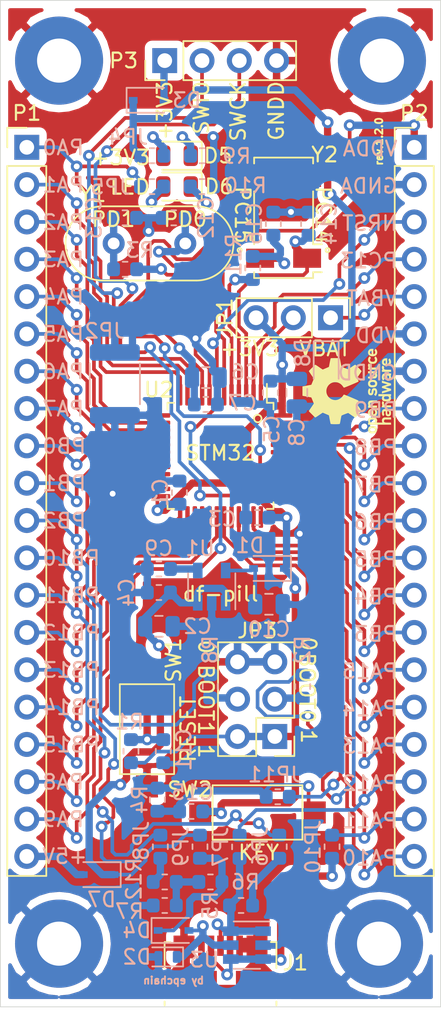
<source format=kicad_pcb>
(kicad_pcb (version 20171130) (host pcbnew "(5.1.5)-3")
  (title_block (title df-pill) (date 2020-06-22) (rev 1.2.0) (company "by epchain") (comment 1 "Bluepill-like board with enhanced capabilities"))
  (layers (0 F.Cu signal) (31 B.Cu signal) (34 B.Paste user) (35 F.Paste user hide) (36 B.SilkS user) (37 F.SilkS user hide) (38 B.Mask user) (39 F.Mask user hide) (44 Edge.Cuts user))
  (net 0 "")
  (net 1 GNDD)
  (net 2 +5V)
  (net 3 GNDA)
  (net 4 VDDA)
  (net 5 "Net-(C9-Pad1)")
  (net 6 "Net-(C10-Pad1)")
  (net 7 /RESET)
  (net 8 /PD0)
  (net 9 "Net-(C13-Pad1)")
  (net 10 /PC14)
  (net 11 "Net-(C16-Pad1)")
  (net 12 "Net-(D2-Pad1)")
  (net 13 "Net-(D3-Pad2)")
  (net 14 "Net-(D4-Pad1)")
  (net 15 "Net-(D5-Pad2)")
  (net 16 "Net-(D5-Pad1)")
  (net 17 "Net-(D6-Pad2)")
  (net 18 "Net-(D6-Pad1)")
  (net 19 "Net-(J1-Pad4)")
  (net 20 "Net-(J1-Pad3)")
  (net 21 "Net-(J1-Pad2)")
  (net 22 /VBAT)
  (net 23 "Net-(JP3-Pad2)")
  (net 24 /PA0)
  (net 25 /PB11)
  (net 26 /PA12)
  (net 27 /PB10)
  (net 28 /PA11)
  (net 29 /PA1)
  (net 30 /PD1)
  (net 31 /PC15)
  (net 32 /PC13)
  (net 33 /PA15)
  (net 34 /PA14)
  (net 35 /PA13)
  (net 36 /PA10)
  (net 37 /PA9)
  (net 38 /PA8)
  (net 39 /PA7)
  (net 40 /PA6)
  (net 41 /PA5)
  (net 42 /PA4)
  (net 43 /PA3)
  (net 44 /PA2)
  (net 45 /PB15)
  (net 46 /PB14)
  (net 47 /PB13)
  (net 48 /PB12)
  (net 49 /PB9)
  (net 50 /PB8)
  (net 51 /PB7)
  (net 52 /PB6)
  (net 53 /PB5)
  (net 54 /PB4)
  (net 55 /PB3)
  (net 56 /PB2)
  (net 57 /PB1)
  (net 58 /PB0)
  (net 59 /BOOT0)
  (net 60 "Net-(Y2-Pad3)")
  (net 61 "Net-(Y2-Pad2)")
  (net 62 "Net-(JP3-Pad5)")
  (net 63 "Net-(JP6-Pad2)")
  (net 64 "Net-(JP8-Pad2)")
  (net 65 "Net-(JP1-Pad2)")
  (net 66 "Net-(C15-Pad2)")
  (net 67 VDD)
  (net 68 "Net-(D7-Pad2)")
  (net 69 "Net-(D8-Pad2)")
  (net 70 "Net-(R12-Pad2)")
  (module fp:R_0603_1608Metric (layer B.Cu) (at 142.5 117.9)
    (fp_text reference R12 (at -2.1 -0.2 90) (layer B.SilkS) (effects (justify mirror)))
    (fp_text value 10K)
    (pad 2 smd roundrect (at 0.7875 0) (size 0.875 0.95) (layers B.Cu B.Paste B.Mask) (net 70 "Net-(R12-Pad2)"))
    (pad 1 smd roundrect (at -0.7875 0) (size 0.875 0.95) (layers B.Cu B.Paste B.Mask) (net 64 "Net-(JP8-Pad2)"))
  )
  (module Diode_SMD:D_SOD-323 (layer B.Cu) (at 153.5 82.6 270)
    (fp_text reference D8 (at -0.7 1.6 90) (layer B.SilkS) (effects (justify mirror)))
    (fp_text value BAT60A)
    (pad 2 smd rect (at 1.05 0 270) (size 0.6 0.45) (layers B.Cu B.Paste B.Mask) (net 69 "Net-(D8-Pad2)"))
    (pad 1 smd rect (at -1.05 0 270) (size 0.6 0.45) (layers B.Cu B.Paste B.Mask) (net 67 VDD))
  )
  (module Diode_SMD:D_SOD-323 (layer B.Cu) (at 138 117.4 180)
    (fp_text reference D7 (at -0.2 -1.7) (layer B.SilkS) (effects (justify mirror)))
    (fp_text value BAT60A)
    (pad 2 smd rect (at 1.05 0 180) (size 0.6 0.45) (layers B.Cu B.Paste B.Mask) (net 68 "Net-(D7-Pad2)"))
    (pad 1 smd rect (at -1.05 0 180) (size 0.6 0.45) (layers B.Cu B.Paste B.Mask) (net 2 +5V))
  )
  (module fp:OSHW-Logo_5.7x6mm_SilkScreen (layer F.Cu) (at 154.9 84.5 90)
    (fp_text reference REF** hide)
    (fp_text value OSHW-Logo_5.7x6mm_SilkScreen hide)
  )
  (module fp:PinHeader_1x03_P2.54mm_Vertical (layer F.Cu) (at 153.8 79.5 270)
    (fp_text reference JP1 (at 0 7.2 90) (layer F.SilkS))
    (fp_text value BAT_VDD)
    (pad 3 thru_hole oval (at 0 5.08 270) (size 1.7 1.7) (drill 1) (layers *.Cu *.Mask) (net 67 VDD))
    (pad 2 thru_hole oval (at 0 2.54 270) (size 1.7 1.7) (drill 1) (layers *.Cu *.Mask) (net 65 "Net-(JP1-Pad2)"))
    (pad 1 thru_hole rect (at 0 0 270) (size 1.7 1.7) (drill 1) (layers *.Cu *.Mask) (net 22 /VBAT))
  )
  (module fp:Crystal_HC49-4H_Vertical (layer F.Cu) (at 143.9 74.4418 180)
    (fp_text reference Y1 (at 6.3 3.3418) (layer F.SilkS))
    (fp_text value 8MHz)
    (pad 2 thru_hole circle (at 4.88 0 180) (size 1.5 1.5) (drill 0.8) (layers *.Cu *.Mask) (net 9 "Net-(C13-Pad1)"))
    (pad 1 thru_hole circle (at 0 0 180) (size 1.5 1.5) (drill 0.8) (layers *.Cu *.Mask) (net 8 /PD0))
  )
  (module fp:D_SOD-323 (layer B.Cu) (at 149.6 96.562 180)
    (fp_text reference D1 (at 1.3 1.562) (layer B.SilkS) (effects (justify mirror)))
    (fp_text value BAT60A)
    (pad 2 smd rect (at 1.05 0 180) (size 0.6 0.45) (layers B.Cu B.Paste B.Mask) (net 6 "Net-(C10-Pad1)"))
    (pad 1 smd rect (at -1.05 0 180) (size 0.6 0.45) (layers B.Cu B.Paste B.Mask) (net 67 VDD))
  )
  (module fp:USB_Micro-B_Molex_47346-0001 (layer F.Cu) (at 146.3 123.7)
    (fp_text reference J1 (at 5.1 -0.3 180) (layer F.SilkS))
    (fp_text value USB_B_Micro)
    (pad 6 smd rect (at 1.55 1.2) (size 1 1.9) (layers F.Cu F.Paste F.Mask) (net 1 GNDD))
    (pad 6 smd rect (at -1.15 1.2) (size 1.8 1.9) (layers F.Cu F.Paste F.Mask) (net 1 GNDD))
    (pad 6 smd rect (at 3.375 1.2) (size 1.65 1.3) (layers F.Cu F.Paste F.Mask) (net 1 GNDD))
    (pad 6 smd rect (at -3.375 1.2) (size 1.65 1.3) (layers F.Cu F.Paste F.Mask) (net 1 GNDD))
    (pad 6 smd rect (at 2.4875 -1.375) (size 1.425 1.55) (layers F.Cu F.Paste F.Mask) (net 1 GNDD))
    (pad 6 smd rect (at -2.4875 -1.375) (size 1.425 1.55) (layers F.Cu F.Paste F.Mask) (net 1 GNDD))
    (pad 5 smd rect (at 1.3 -1.46) (size 0.45 1.38) (layers F.Cu F.Paste F.Mask) (net 1 GNDD))
    (pad 4 smd rect (at 0.65 -1.46) (size 0.45 1.38) (layers F.Cu F.Paste F.Mask) (net 19 "Net-(J1-Pad4)"))
    (pad 3 smd rect (at 0 -1.46) (size 0.45 1.38) (layers F.Cu F.Paste F.Mask) (net 20 "Net-(J1-Pad3)"))
    (pad 2 smd rect (at -0.65 -1.46) (size 0.45 1.38) (layers F.Cu F.Paste F.Mask) (net 21 "Net-(J1-Pad2)"))
    (pad 1 smd rect (at -1.3 -1.46) (size 0.45 1.38) (layers F.Cu F.Paste F.Mask) (net 12 "Net-(D2-Pad1)"))
  )
  (module fp:C_0603_1608Metric (layer B.Cu) (at 139.7875 72.7)
    (fp_text reference C13 (at -2.1125 0 -90) (layer B.SilkS) (effects (justify mirror)))
    (fp_text value 20pF)
    (pad 2 smd roundrect (at 0.7875 0) (size 0.875 0.95) (layers B.Cu B.Paste B.Mask) (net 1 GNDD))
    (pad 1 smd roundrect (at -0.7875 0) (size 0.875 0.95) (layers B.Cu B.Paste B.Mask) (net 9 "Net-(C13-Pad1)"))
  )
  (module fp:R_0603_1608Metric (layer B.Cu) (at 150.3 115.5 270)
    (fp_text reference JP6 (at 0 1.3 270) (layer B.SilkS) (effects (justify mirror)))
    (fp_text value 0)
    (pad 2 smd roundrect (at 0.7875 0 270) (size 0.875 0.95) (layers B.Cu B.Paste B.Mask) (net 63 "Net-(JP6-Pad2)"))
    (pad 1 smd roundrect (at -0.7875 0 270) (size 0.875 0.95) (layers B.Cu B.Paste B.Mask) (net 25 /PB11))
  )
  (module fp:R_0603_1608Metric (layer B.Cu) (at 145.6125 117.9)
    (fp_text reference R6 (at 2.3875 0) (layer B.SilkS) (effects (justify mirror)))
    (fp_text value 10K)
    (pad 2 smd roundrect (at 0.7875 0) (size 0.875 0.95) (layers B.Cu B.Paste B.Mask) (net 14 "Net-(D4-Pad1)"))
    (pad 1 smd roundrect (at -0.7875 0) (size 0.875 0.95) (layers B.Cu B.Paste B.Mask) (net 70 "Net-(R12-Pad2)"))
  )
  (module fp:LQFP-48_7x7mm_P0.5mm (layer F.Cu) (at 146.3 88.9 270)
    (fp_text reference U2 (at -4.5 5.3) (layer F.SilkS) (effects (justify left)))
    (fp_text value STM32F103C8Tx)
    (pad 48 smd roundrect (at -2.75 -4.1625 270) (size 0.3 1.475) (layers F.Cu F.Paste F.Mask) (net 67 VDD))
    (pad 47 smd roundrect (at -2.25 -4.1625 270) (size 0.3 1.475) (layers F.Cu F.Paste F.Mask) (net 1 GNDD))
    (pad 46 smd roundrect (at -1.75 -4.1625 270) (size 0.3 1.475) (layers F.Cu F.Paste F.Mask) (net 49 /PB9))
    (pad 45 smd roundrect (at -1.25 -4.1625 270) (size 0.3 1.475) (layers F.Cu F.Paste F.Mask) (net 50 /PB8))
    (pad 44 smd roundrect (at -0.75 -4.1625 270) (size 0.3 1.475) (layers F.Cu F.Paste F.Mask) (net 59 /BOOT0))
    (pad 43 smd roundrect (at -0.25 -4.1625 270) (size 0.3 1.475) (layers F.Cu F.Paste F.Mask) (net 51 /PB7))
    (pad 42 smd roundrect (at 0.25 -4.1625 270) (size 0.3 1.475) (layers F.Cu F.Paste F.Mask) (net 52 /PB6))
    (pad 41 smd roundrect (at 0.75 -4.1625 270) (size 0.3 1.475) (layers F.Cu F.Paste F.Mask) (net 53 /PB5))
    (pad 40 smd roundrect (at 1.25 -4.1625 270) (size 0.3 1.475) (layers F.Cu F.Paste F.Mask) (net 54 /PB4))
    (pad 39 smd roundrect (at 1.75 -4.1625 270) (size 0.3 1.475) (layers F.Cu F.Paste F.Mask) (net 55 /PB3))
    (pad 38 smd roundrect (at 2.25 -4.1625 270) (size 0.3 1.475) (layers F.Cu F.Paste F.Mask) (net 33 /PA15))
    (pad 37 smd roundrect (at 2.75 -4.1625 270) (size 0.3 1.475) (layers F.Cu F.Paste F.Mask) (net 34 /PA14))
    (pad 36 smd roundrect (at 4.1625 -2.75 270) (size 1.475 0.3) (layers F.Cu F.Paste F.Mask) (net 67 VDD))
    (pad 35 smd roundrect (at 4.1625 -2.25 270) (size 1.475 0.3) (layers F.Cu F.Paste F.Mask) (net 1 GNDD))
    (pad 34 smd roundrect (at 4.1625 -1.75 270) (size 1.475 0.3) (layers F.Cu F.Paste F.Mask) (net 35 /PA13))
    (pad 33 smd roundrect (at 4.1625 -1.25 270) (size 1.475 0.3) (layers F.Cu F.Paste F.Mask) (net 26 /PA12))
    (pad 32 smd roundrect (at 4.1625 -0.75 270) (size 1.475 0.3) (layers F.Cu F.Paste F.Mask) (net 28 /PA11))
    (pad 31 smd roundrect (at 4.1625 -0.25 270) (size 1.475 0.3) (layers F.Cu F.Paste F.Mask) (net 36 /PA10))
    (pad 30 smd roundrect (at 4.1625 0.25 270) (size 1.475 0.3) (layers F.Cu F.Paste F.Mask) (net 37 /PA9))
    (pad 29 smd roundrect (at 4.1625 0.75 270) (size 1.475 0.3) (layers F.Cu F.Paste F.Mask) (net 38 /PA8))
    (pad 28 smd roundrect (at 4.1625 1.25 270) (size 1.475 0.3) (layers F.Cu F.Paste F.Mask) (net 45 /PB15))
    (pad 27 smd roundrect (at 4.1625 1.75 270) (size 1.475 0.3) (layers F.Cu F.Paste F.Mask) (net 46 /PB14))
    (pad 26 smd roundrect (at 4.1625 2.25 270) (size 1.475 0.3) (layers F.Cu F.Paste F.Mask) (net 47 /PB13))
    (pad 25 smd roundrect (at 4.1625 2.75 270) (size 1.475 0.3) (layers F.Cu F.Paste F.Mask) (net 48 /PB12))
    (pad 24 smd roundrect (at 2.75 4.1625 270) (size 0.3 1.475) (layers F.Cu F.Paste F.Mask) (net 67 VDD))
    (pad 23 smd roundrect (at 2.25 4.1625 270) (size 0.3 1.475) (layers F.Cu F.Paste F.Mask) (net 1 GNDD))
    (pad 22 smd roundrect (at 1.75 4.1625 270) (size 0.3 1.475) (layers F.Cu F.Paste F.Mask) (net 25 /PB11))
    (pad 21 smd roundrect (at 1.25 4.1625 270) (size 0.3 1.475) (layers F.Cu F.Paste F.Mask) (net 27 /PB10))
    (pad 20 smd roundrect (at 0.75 4.1625 270) (size 0.3 1.475) (layers F.Cu F.Paste F.Mask) (net 56 /PB2))
    (pad 19 smd roundrect (at 0.25 4.1625 270) (size 0.3 1.475) (layers F.Cu F.Paste F.Mask) (net 57 /PB1))
    (pad 18 smd roundrect (at -0.25 4.1625 270) (size 0.3 1.475) (layers F.Cu F.Paste F.Mask) (net 58 /PB0))
    (pad 17 smd roundrect (at -0.75 4.1625 270) (size 0.3 1.475) (layers F.Cu F.Paste F.Mask) (net 39 /PA7))
    (pad 16 smd roundrect (at -1.25 4.1625 270) (size 0.3 1.475) (layers F.Cu F.Paste F.Mask) (net 40 /PA6))
    (pad 15 smd roundrect (at -1.75 4.1625 270) (size 0.3 1.475) (layers F.Cu F.Paste F.Mask) (net 41 /PA5))
    (pad 14 smd roundrect (at -2.25 4.1625 270) (size 0.3 1.475) (layers F.Cu F.Paste F.Mask) (net 42 /PA4))
    (pad 13 smd roundrect (at -2.75 4.1625 270) (size 0.3 1.475) (layers F.Cu F.Paste F.Mask) (net 43 /PA3))
    (pad 12 smd roundrect (at -4.1625 2.75 270) (size 1.475 0.3) (layers F.Cu F.Paste F.Mask) (net 44 /PA2))
    (pad 11 smd roundrect (at -4.1625 2.25 270) (size 1.475 0.3) (layers F.Cu F.Paste F.Mask) (net 29 /PA1))
    (pad 10 smd roundrect (at -4.1625 1.75 270) (size 1.475 0.3) (layers F.Cu F.Paste F.Mask) (net 24 /PA0))
    (pad 9 smd roundrect (at -4.1625 1.25 270) (size 1.475 0.3) (layers F.Cu F.Paste F.Mask) (net 4 VDDA))
    (pad 8 smd roundrect (at -4.1625 0.75 270) (size 1.475 0.3) (layers F.Cu F.Paste F.Mask) (net 3 GNDA))
    (pad 7 smd roundrect (at -4.1625 0.25 270) (size 1.475 0.3) (layers F.Cu F.Paste F.Mask) (net 7 /RESET))
    (pad 6 smd roundrect (at -4.1625 -0.25 270) (size 1.475 0.3) (layers F.Cu F.Paste F.Mask) (net 30 /PD1))
    (pad 5 smd roundrect (at -4.1625 -0.75 270) (size 1.475 0.3) (layers F.Cu F.Paste F.Mask) (net 8 /PD0))
    (pad 4 smd roundrect (at -4.1625 -1.25 270) (size 1.475 0.3) (layers F.Cu F.Paste F.Mask) (net 31 /PC15))
    (pad 3 smd roundrect (at -4.1625 -1.75 270) (size 1.475 0.3) (layers F.Cu F.Paste F.Mask) (net 10 /PC14))
    (pad 2 smd roundrect (at -4.1625 -2.25 270) (size 1.475 0.3) (layers F.Cu F.Paste F.Mask) (net 32 /PC13))
    (pad 1 smd roundrect (at -4.1625 -2.75 270) (size 1.475 0.3) (layers F.Cu F.Paste F.Mask) (net 65 "Net-(JP1-Pad2)"))
  )
  (module fp:PinHeader_1x04_P2.54mm_Vertical (layer F.Cu) (at 142.5 62 90)
    (fp_text reference P3 (at 0 -2.8 180) (layer F.SilkS))
    (fp_text value Connector_SWD)
    (pad 4 thru_hole oval (at 0 7.62 90) (size 1.7 1.7) (drill 1) (layers *.Cu *.Mask) (net 1 GNDD))
    (pad 3 thru_hole oval (at 0 5.08 90) (size 1.7 1.7) (drill 1) (layers *.Cu *.Mask) (net 34 /PA14))
    (pad 2 thru_hole oval (at 0 2.54 90) (size 1.7 1.7) (drill 1) (layers *.Cu *.Mask) (net 35 /PA13))
    (pad 1 thru_hole rect (at 0 0 90) (size 1.7 1.7) (drill 1) (layers *.Cu *.Mask) (net 13 "Net-(D3-Pad2)"))
  )
  (module fp:SW_SPST_CK_RS282G05A3 (layer F.Cu) (at 148.82 113.17)
    (fp_text reference SW2 (at -4.62 -1.57 180) (layer F.SilkS))
    (fp_text value KEY)
    (pad 2 smd rect (at 3.9 0) (size 1.5 1.5) (layers F.Cu F.Paste F.Mask) (net 66 "Net-(C15-Pad2)"))
    (pad 1 smd rect (at -3.9 0) (size 1.5 1.5) (layers F.Cu F.Paste F.Mask) (net 67 VDD))
  )
  (module fp:R_0603_1608Metric (layer B.Cu) (at 142 112.3 90)
    (fp_text reference R4 (at 0 -1.2 90) (layer B.SilkS) (effects (justify mirror)))
    (fp_text value 10K)
    (pad 2 smd roundrect (at 0.7875 0 90) (size 0.875 0.95) (layers B.Cu B.Paste B.Mask) (net 1 GNDD))
    (pad 1 smd roundrect (at -0.7875 0 90) (size 0.875 0.95) (layers B.Cu B.Paste B.Mask) (net 66 "Net-(C15-Pad2)"))
  )
  (module fp:R_0603_1608Metric (layer B.Cu) (at 150.2 112.1 180)
    (fp_text reference JP11 (at 0.2 1.5) (layer B.SilkS) (effects (justify mirror)))
    (fp_text value 0)
    (pad 2 smd roundrect (at 0.7875 0 180) (size 0.875 0.95) (layers B.Cu B.Paste B.Mask) (net 66 "Net-(C15-Pad2)"))
    (pad 1 smd roundrect (at -0.7875 0 180) (size 0.875 0.95) (layers B.Cu B.Paste B.Mask) (net 36 /PA10))
  )
  (module fp:C_0603_1608Metric (layer B.Cu) (at 144.3 113.1 180)
    (fp_text reference C15 (at -0.1 1.3) (layer B.SilkS) (effects (justify mirror)))
    (fp_text value 100nF)
    (pad 2 smd roundrect (at 0.7875 0 180) (size 0.875 0.95) (layers B.Cu B.Paste B.Mask) (net 66 "Net-(C15-Pad2)"))
    (pad 1 smd roundrect (at -0.7875 0 180) (size 0.875 0.95) (layers B.Cu B.Paste B.Mask) (net 67 VDD))
  )
  (module fp:C_0805_2012Metric (layer B.Cu) (at 151.5 84.6 270)
    (fp_text reference C8 (at 2.7 0 90) (layer B.SilkS) (effects (justify mirror)))
    (fp_text value 4.7uF)
    (pad 2 smd roundrect (at 0.9375 0 270) (size 0.975 1.4) (layers B.Cu B.Paste B.Mask) (net 1 GNDD))
    (pad 1 smd roundrect (at -0.9375 0 270) (size 0.975 1.4) (layers B.Cu B.Paste B.Mask) (net 67 VDD))
  )
  (module fp:C_0603_1608Metric (layer B.Cu) (at 145.3 85.4)
    (fp_text reference C7 (at 2.5 -0.1) (layer B.SilkS) (effects (justify mirror)))
    (fp_text value 10nF)
    (pad 2 smd roundrect (at 0.7875 0) (size 0.875 0.95) (layers B.Cu B.Paste B.Mask) (net 3 GNDA))
    (pad 1 smd roundrect (at -0.7875 0) (size 0.875 0.95) (layers B.Cu B.Paste B.Mask) (net 4 VDDA))
  )
  (module fp:C_0805_2012Metric (layer B.Cu) (at 145.3 83.5736)
    (fp_text reference C6 (at 2.6949 -0.3736) (layer B.SilkS) (effects (justify mirror)))
    (fp_text value 1uF)
    (pad 2 smd roundrect (at 0.9375 0) (size 0.975 1.4) (layers B.Cu B.Paste B.Mask) (net 3 GNDA))
    (pad 1 smd roundrect (at -0.9375 0) (size 0.975 1.4) (layers B.Cu B.Paste B.Mask) (net 4 VDDA))
  )
  (module fp:C_0603_1608Metric (layer B.Cu) (at 149.7 84.6 270)
    (fp_text reference C5 (at 2.5 -0.1 90) (layer B.SilkS) (effects (justify mirror)))
    (fp_text value 100nF)
    (pad 2 smd roundrect (at 0.7875 0 270) (size 0.875 0.95) (layers B.Cu B.Paste B.Mask) (net 1 GNDD))
    (pad 1 smd roundrect (at -0.7875 0 270) (size 0.875 0.95) (layers B.Cu B.Paste B.Mask) (net 67 VDD))
  )
  (module fp:PinHeader_1x20_P2.54mm_Vertical (layer F.Cu) (at 159.5 67.9)
    (fp_text reference P2 (at 0 -2.33) (layer F.SilkS))
    (fp_text value Connector_B)
    (pad 20 thru_hole oval (at 0 48.26) (size 1.7 1.7) (drill 1) (layers *.Cu *.Mask) (net 36 /PA10))
    (pad 19 thru_hole oval (at 0 45.72) (size 1.7 1.7) (drill 1) (layers *.Cu *.Mask) (net 28 /PA11))
    (pad 18 thru_hole oval (at 0 43.18) (size 1.7 1.7) (drill 1) (layers *.Cu *.Mask) (net 26 /PA12))
    (pad 17 thru_hole oval (at 0 40.64) (size 1.7 1.7) (drill 1) (layers *.Cu *.Mask) (net 35 /PA13))
    (pad 16 thru_hole oval (at 0 38.1) (size 1.7 1.7) (drill 1) (layers *.Cu *.Mask) (net 34 /PA14))
    (pad 15 thru_hole oval (at 0 35.56) (size 1.7 1.7) (drill 1) (layers *.Cu *.Mask) (net 33 /PA15))
    (pad 14 thru_hole oval (at 0 33.02) (size 1.7 1.7) (drill 1) (layers *.Cu *.Mask) (net 55 /PB3))
    (pad 13 thru_hole oval (at 0 30.48) (size 1.7 1.7) (drill 1) (layers *.Cu *.Mask) (net 54 /PB4))
    (pad 12 thru_hole oval (at 0 27.94) (size 1.7 1.7) (drill 1) (layers *.Cu *.Mask) (net 53 /PB5))
    (pad 11 thru_hole oval (at 0 25.4) (size 1.7 1.7) (drill 1) (layers *.Cu *.Mask) (net 52 /PB6))
    (pad 10 thru_hole oval (at 0 22.86) (size 1.7 1.7) (drill 1) (layers *.Cu *.Mask) (net 51 /PB7))
    (pad 9 thru_hole oval (at 0 20.32) (size 1.7 1.7) (drill 1) (layers *.Cu *.Mask) (net 50 /PB8))
    (pad 8 thru_hole oval (at 0 17.78) (size 1.7 1.7) (drill 1) (layers *.Cu *.Mask) (net 49 /PB9))
    (pad 7 thru_hole oval (at 0 15.24) (size 1.7 1.7) (drill 1) (layers *.Cu *.Mask) (net 1 GNDD))
    (pad 6 thru_hole oval (at 0 12.7) (size 1.7 1.7) (drill 1) (layers *.Cu *.Mask) (net 69 "Net-(D8-Pad2)"))
    (pad 5 thru_hole oval (at 0 10.16) (size 1.7 1.7) (drill 1) (layers *.Cu *.Mask) (net 22 /VBAT))
    (pad 4 thru_hole oval (at 0 7.62) (size 1.7 1.7) (drill 1) (layers *.Cu *.Mask) (net 32 /PC13))
    (pad 3 thru_hole oval (at 0 5.08) (size 1.7 1.7) (drill 1) (layers *.Cu *.Mask) (net 7 /RESET))
    (pad 2 thru_hole oval (at 0 2.54) (size 1.7 1.7) (drill 1) (layers *.Cu *.Mask) (net 3 GNDA))
    (pad 1 thru_hole rect (at 0 0) (size 1.7 1.7) (drill 1) (layers *.Cu *.Mask) (net 4 VDDA))
  )
  (module fp:PinHeader_1x20_P2.54mm_Vertical (layer F.Cu) (at 133.1 67.9)
    (fp_text reference P1 (at 0 -2.33) (layer F.SilkS))
    (fp_text value Connector_A)
    (pad 20 thru_hole oval (at 0 48.26) (size 1.7 1.7) (drill 1) (layers *.Cu *.Mask) (net 68 "Net-(D7-Pad2)"))
    (pad 19 thru_hole oval (at 0 45.72) (size 1.7 1.7) (drill 1) (layers *.Cu *.Mask) (net 37 /PA9))
    (pad 18 thru_hole oval (at 0 43.18) (size 1.7 1.7) (drill 1) (layers *.Cu *.Mask) (net 38 /PA8))
    (pad 17 thru_hole oval (at 0 40.64) (size 1.7 1.7) (drill 1) (layers *.Cu *.Mask) (net 45 /PB15))
    (pad 16 thru_hole oval (at 0 38.1) (size 1.7 1.7) (drill 1) (layers *.Cu *.Mask) (net 46 /PB14))
    (pad 15 thru_hole oval (at 0 35.56) (size 1.7 1.7) (drill 1) (layers *.Cu *.Mask) (net 47 /PB13))
    (pad 14 thru_hole oval (at 0 33.02) (size 1.7 1.7) (drill 1) (layers *.Cu *.Mask) (net 48 /PB12))
    (pad 13 thru_hole oval (at 0 30.48) (size 1.7 1.7) (drill 1) (layers *.Cu *.Mask) (net 25 /PB11))
    (pad 12 thru_hole oval (at 0 27.94) (size 1.7 1.7) (drill 1) (layers *.Cu *.Mask) (net 27 /PB10))
    (pad 11 thru_hole oval (at 0 25.4) (size 1.7 1.7) (drill 1) (layers *.Cu *.Mask) (net 56 /PB2))
    (pad 10 thru_hole oval (at 0 22.86) (size 1.7 1.7) (drill 1) (layers *.Cu *.Mask) (net 57 /PB1))
    (pad 9 thru_hole oval (at 0 20.32) (size 1.7 1.7) (drill 1) (layers *.Cu *.Mask) (net 58 /PB0))
    (pad 8 thru_hole oval (at 0 17.78) (size 1.7 1.7) (drill 1) (layers *.Cu *.Mask) (net 39 /PA7))
    (pad 7 thru_hole oval (at 0 15.24) (size 1.7 1.7) (drill 1) (layers *.Cu *.Mask) (net 40 /PA6))
    (pad 6 thru_hole oval (at 0 12.7) (size 1.7 1.7) (drill 1) (layers *.Cu *.Mask) (net 41 /PA5))
    (pad 5 thru_hole oval (at 0 10.16) (size 1.7 1.7) (drill 1) (layers *.Cu *.Mask) (net 42 /PA4))
    (pad 4 thru_hole oval (at 0 7.62) (size 1.7 1.7) (drill 1) (layers *.Cu *.Mask) (net 43 /PA3))
    (pad 3 thru_hole oval (at 0 5.08) (size 1.7 1.7) (drill 1) (layers *.Cu *.Mask) (net 44 /PA2))
    (pad 2 thru_hole oval (at 0 2.54) (size 1.7 1.7) (drill 1) (layers *.Cu *.Mask) (net 29 /PA1))
    (pad 1 thru_hole rect (at 0 0) (size 1.7 1.7) (drill 1) (layers *.Cu *.Mask) (net 24 /PA0))
  )
  (module fp:Crystal_SMD_Abracon_ABS25-4Pin_8.0x3.8mm (layer F.Cu) (at 150.6 72.7 180)
    (fp_text reference Y2 (at -2.8 4.3) (layer F.SilkS))
    (fp_text value 32.768KHz)
    (pad 4 smd rect (at 1.6 -2.75 90) (size 1.3 1.9) (layers F.Cu F.Paste F.Mask) (net 11 "Net-(C16-Pad1)"))
    (pad 3 smd rect (at 1.6 2.75 90) (size 1.3 1.9) (layers F.Cu F.Paste F.Mask) (net 60 "Net-(Y2-Pad3)"))
    (pad 2 smd rect (at -1.6 2.75 90) (size 1.3 1.9) (layers F.Cu F.Paste F.Mask) (net 61 "Net-(Y2-Pad2)"))
    (pad 1 smd rect (at -1.6 -2.75 90) (size 1.3 1.9) (layers F.Cu F.Paste F.Mask) (net 10 /PC14))
  )
  (module fp:D_1610Metric (layer B.Cu) (at 142.7 123 180)
    (fp_text reference D2 (at 2.1 0) (layer B.SilkS) (effects (justify mirror)))
    (fp_text value ESDA7P60-1U1M)
    (pad 2 smd roundrect (at 0.625 0 180) (size 0.55 0.8) (layers B.Cu B.Paste B.Mask) (roundrect_rratio 0.2) (net 1 GNDD))
    (pad 1 smd roundrect (at -0.625 0 180) (size 0.55 0.8) (layers B.Cu B.Paste B.Mask) (roundrect_rratio 0.2) (net 12 "Net-(D2-Pad1)"))
  )
  (module fp:R_0603_1608Metric (layer B.Cu) (at 153.9 115.5 270)
    (fp_text reference JP10 (at 0 1.3 270) (layer B.SilkS) (effects (justify mirror)))
    (fp_text value 0)
    (pad 2 smd roundrect (at 0.7875 0 270) (size 0.875 0.95) (layers B.Cu B.Paste B.Mask) (net 21 "Net-(J1-Pad2)"))
    (pad 1 smd roundrect (at -0.7875 0 270) (size 0.875 0.95) (layers B.Cu B.Paste B.Mask) (net 28 /PA11))
  )
  (module fp:R_0603_1608Metric (layer B.Cu) (at 144.9 115.5 270)
    (fp_text reference JP9 (at 0 1.3 270) (layer B.SilkS) (effects (justify mirror)))
    (fp_text value 0)
    (pad 2 smd roundrect (at 0.7875 0 270) (size 0.875 0.95) (layers B.Cu B.Paste B.Mask) (net 14 "Net-(D4-Pad1)"))
    (pad 1 smd roundrect (at -0.7875 0 270) (size 0.875 0.95) (layers B.Cu B.Paste B.Mask) (net 2 +5V))
  )
  (module fp:R_0603_1608Metric (layer B.Cu) (at 142.2 115.5 270)
    (fp_text reference JP8 (at -0.4 1.3 270) (layer B.SilkS) (effects (justify mirror)))
    (fp_text value 0)
    (pad 2 smd roundrect (at 0.7875 0 270) (size 0.875 0.95) (layers B.Cu B.Paste B.Mask) (net 64 "Net-(JP8-Pad2)"))
    (pad 1 smd roundrect (at -0.7875 0 270) (size 0.875 0.95) (layers B.Cu B.Paste B.Mask) (net 27 /PB10))
  )
  (module fp:R_0603_1608Metric (layer B.Cu) (at 147.6 115.5125 270)
    (fp_text reference JP7 (at 0 1.3 270) (layer B.SilkS) (effects (justify mirror)))
    (fp_text value 0)
    (pad 2 smd roundrect (at 0.7875 0 270) (size 0.875 0.95) (layers B.Cu B.Paste B.Mask) (net 20 "Net-(J1-Pad3)"))
    (pad 1 smd roundrect (at -0.7875 0 270) (size 0.875 0.95) (layers B.Cu B.Paste B.Mask) (net 26 /PA12))
  )
  (module fp:R_0603_1608Metric (layer B.Cu) (at 141.635 70.573 180)
    (fp_text reference JP5 (at 2.835 -0.027 180) (layer B.SilkS) (effects (justify mirror)))
    (fp_text value 0)
    (pad 2 smd roundrect (at 0.7875 0 180) (size 0.875 0.95) (layers B.Cu B.Paste B.Mask) (net 24 /PA0))
    (pad 1 smd roundrect (at -0.7875 0 180) (size 0.875 0.95) (layers B.Cu B.Paste B.Mask) (net 17 "Net-(D6-Pad2)"))
  )
  (module fp:R_0603_1608Metric (layer B.Cu) (at 141.6475 68.473 180)
    (fp_text reference JP4 (at 1.6475 1.273) (layer B.SilkS) (effects (justify mirror)))
    (fp_text value 0)
    (pad 2 smd roundrect (at 0.7875 0 180) (size 0.875 0.95) (layers B.Cu B.Paste B.Mask) (net 67 VDD))
    (pad 1 smd roundrect (at -0.7875 0 180) (size 0.875 0.95) (layers B.Cu B.Paste B.Mask) (net 15 "Net-(D5-Pad2)"))
  )
  (module fp:R_1812_4532Metric (layer B.Cu) (at 139.1 84 270)
    (fp_text reference JP2 (at -3.6 0.7 180) (layer B.SilkS) (effects (justify mirror)))
    (fp_text value 0)
    (pad 2 smd roundrect (at 2.1375 0 270) (size 1.125 3.4) (layers B.Cu B.Paste B.Mask) (roundrect_rratio 0.222222) (net 1 GNDD))
    (pad 1 smd roundrect (at -2.1375 0 270) (size 1.125 3.4) (layers B.Cu B.Paste B.Mask) (roundrect_rratio 0.222222) (net 3 GNDA))
  )
  (module fp:MountingHole_3mm_Pad (layer F.Cu) (at 157.1 122.1)
    (fp_text reference "" (at 0 -4) (layer F.SilkS))
    (fp_text value MountingHole_3mm_Pad)
    (pad 1 thru_hole circle (at 0 0) (size 6 6) (drill 3) (layers *.Cu *.Mask) (net 1 GNDD))
  )
  (module fp:MountingHole_3mm_Pad (layer F.Cu) (at 157.3 62)
    (fp_text reference "" (at 0 -4) (layer F.SilkS))
    (fp_text value MountingHole_3mm_Pad)
    (pad 1 thru_hole circle (at 0 0) (size 6 6) (drill 3) (layers *.Cu *.Mask) (net 1 GNDD))
  )
  (module fp:PinHeader_2x03_P2.54mm_Vertical (layer F.Cu) (at 150 108 180)
    (fp_text reference JP3 (at 1.2 7.2) (layer F.SilkS))
    (fp_text value BOOT01)
    (pad 6 thru_hole oval (at 2.54 5.08 180) (size 1.7 1.7) (drill 1) (layers *.Cu *.Mask) (net 1 GNDD))
    (pad 5 thru_hole oval (at 2.54 2.54 180) (size 1.7 1.7) (drill 1) (layers *.Cu *.Mask) (net 62 "Net-(JP3-Pad5)"))
    (pad 4 thru_hole oval (at 2.54 0 180) (size 1.7 1.7) (drill 1) (layers *.Cu *.Mask) (net 67 VDD))
    (pad 3 thru_hole oval (at 0 5.08 180) (size 1.7 1.7) (drill 1) (layers *.Cu *.Mask) (net 1 GNDD))
    (pad 2 thru_hole oval (at 0 2.54 180) (size 1.7 1.7) (drill 1) (layers *.Cu *.Mask) (net 23 "Net-(JP3-Pad2)"))
    (pad 1 thru_hole rect (at 0 0 180) (size 1.7 1.7) (drill 1) (layers *.Cu *.Mask) (net 67 VDD))
  )
  (module fp:SOT-23-6 (layer B.Cu) (at 148.1 122.2 180)
    (fp_text reference U3 (at 2.9 -1) (layer B.SilkS) (effects (justify mirror)))
    (fp_text value USBLC6-2SC6)
    (pad 5 smd rect (at 1.1 0 180) (size 1.06 0.65) (layers B.Cu B.Paste B.Mask) (net 12 "Net-(D2-Pad1)"))
    (pad 6 smd rect (at 1.1 0.95 180) (size 1.06 0.65) (layers B.Cu B.Paste B.Mask) (net 20 "Net-(J1-Pad3)"))
    (pad 4 smd rect (at 1.1 -0.95 180) (size 1.06 0.65) (layers B.Cu B.Paste B.Mask) (net 21 "Net-(J1-Pad2)"))
    (pad 3 smd rect (at -1.1 -0.95 180) (size 1.06 0.65) (layers B.Cu B.Paste B.Mask) (net 21 "Net-(J1-Pad2)"))
    (pad 2 smd rect (at -1.1 0 180) (size 1.06 0.65) (layers B.Cu B.Paste B.Mask) (net 1 GNDD))
    (pad 1 smd rect (at -1.1 0.95 180) (size 1.06 0.65) (layers B.Cu B.Paste B.Mask) (net 20 "Net-(J1-Pad3)"))
  )
  (module fp:SOT-23-5 (layer B.Cu) (at 145.7 97.8 90)
    (fp_text reference U1 (at 2.6 -0.8 180) (layer B.SilkS) (effects (justify mirror)))
    (fp_text value MIC5219-3.3YM5)
    (pad 5 smd rect (at 1.1 0.95 90) (size 1.06 0.65) (layers B.Cu B.Paste B.Mask) (net 6 "Net-(C10-Pad1)"))
    (pad 4 smd rect (at 1.1 -0.95 90) (size 1.06 0.65) (layers B.Cu B.Paste B.Mask) (net 5 "Net-(C9-Pad1)"))
    (pad 3 smd rect (at -1.1 -0.95 90) (size 1.06 0.65) (layers B.Cu B.Paste B.Mask) (net 2 +5V))
    (pad 2 smd rect (at -1.1 0 90) (size 1.06 0.65) (layers B.Cu B.Paste B.Mask) (net 1 GNDD))
    (pad 1 smd rect (at -1.1 0.95 90) (size 1.06 0.65) (layers B.Cu B.Paste B.Mask) (net 2 +5V))
  )
  (module fp:SW_SPST_CK_RS282G05A3 (layer F.Cu) (at 141.2895 107.5 270)
    (fp_text reference SW1 (at -4.7 -1.8105 270) (layer F.SilkS))
    (fp_text value RESET)
    (pad 2 smd rect (at 3.9 0 270) (size 1.5 1.5) (layers F.Cu F.Paste F.Mask) (net 1 GNDD))
    (pad 1 smd rect (at -3.9 0 270) (size 1.5 1.5) (layers F.Cu F.Paste F.Mask) (net 7 /RESET))
  )
  (module fp:R_0603_1608Metric (layer B.Cu) (at 148.5 76.1125 270)
    (fp_text reference R11 (at -0.9125 1.3 90) (layer B.SilkS) (effects (justify mirror)))
    (fp_text value 0)
    (pad 2 smd roundrect (at 0.7875 0 270) (size 0.875 0.95) (layers B.Cu B.Paste B.Mask) (net 31 /PC15))
    (pad 1 smd roundrect (at -0.7875 0 270) (size 0.875 0.95) (layers B.Cu B.Paste B.Mask) (net 11 "Net-(C16-Pad1)"))
  )
  (module fp:R_0603_1608Metric (layer B.Cu) (at 145.035 70.573 180)
    (fp_text reference R10 (at -2.965 0.073) (layer B.SilkS) (effects (justify mirror)))
    (fp_text value 1.1K)
    (pad 2 smd roundrect (at 0.7875 0 180) (size 0.875 0.95) (layers B.Cu B.Paste B.Mask) (net 18 "Net-(D6-Pad1)"))
    (pad 1 smd roundrect (at -0.7875 0 180) (size 0.875 0.95) (layers B.Cu B.Paste B.Mask) (net 1 GNDD))
  )
  (module fp:R_0603_1608Metric (layer B.Cu) (at 145.0475 68.473 180)
    (fp_text reference R9 (at -2.3525 -0.027) (layer B.SilkS) (effects (justify mirror)))
    (fp_text value 1.1K)
    (pad 2 smd roundrect (at 0.7875 0 180) (size 0.875 0.95) (layers B.Cu B.Paste B.Mask) (net 16 "Net-(D5-Pad1)"))
    (pad 1 smd roundrect (at -0.7875 0 180) (size 0.875 0.95) (layers B.Cu B.Paste B.Mask) (net 1 GNDD))
  )
  (module fp:R_0603_1608Metric (layer B.Cu) (at 145.6 104.5875 90)
    (fp_text reference R8 (at 2.4875 0 270) (layer B.SilkS) (effects (justify mirror)))
    (fp_text value 10K)
    (pad 2 smd roundrect (at 0.7875 0 90) (size 0.875 0.95) (layers B.Cu B.Paste B.Mask) (net 56 /PB2))
    (pad 1 smd roundrect (at -0.7875 0 90) (size 0.875 0.95) (layers B.Cu B.Paste B.Mask) (net 62 "Net-(JP3-Pad5)"))
  )
  (module fp:R_0603_1608Metric (layer B.Cu) (at 142.5 119.5 180)
    (fp_text reference R7 (at 2.4 -0.4 180) (layer B.SilkS) (effects (justify mirror)))
    (fp_text value 18K)
    (pad 2 smd roundrect (at 0.7875 0 180) (size 0.875 0.95) (layers B.Cu B.Paste B.Mask) (net 1 GNDD))
    (pad 1 smd roundrect (at -0.7875 0 180) (size 0.875 0.95) (layers B.Cu B.Paste B.Mask) (net 70 "Net-(R12-Pad2)"))
  )
  (module fp:R_0603_1608Metric (layer B.Cu) (at 147.7 119.5 180)
    (fp_text reference R5 (at 2.1 0 270) (layer B.SilkS) (effects (justify mirror)))
    (fp_text value 1.5K)
    (pad 2 smd roundrect (at 0.7875 0 180) (size 0.875 0.95) (layers B.Cu B.Paste B.Mask) (net 20 "Net-(J1-Pad3)"))
    (pad 1 smd roundrect (at -0.7875 0 180) (size 0.875 0.95) (layers B.Cu B.Paste B.Mask) (net 63 "Net-(JP6-Pad2)"))
  )
  (module fp:R_0603_1608Metric (layer B.Cu) (at 139.8 76.2)
    (fp_text reference R3 (at 1 -1.3) (layer B.SilkS) (effects (justify mirror)))
    (fp_text value 390)
    (pad 2 smd roundrect (at 0.7875 0) (size 0.875 0.95) (layers B.Cu B.Paste B.Mask) (net 30 /PD1))
    (pad 1 smd roundrect (at -0.7875 0) (size 0.875 0.95) (layers B.Cu B.Paste B.Mask) (net 9 "Net-(C13-Pad1)"))
  )
  (module fp:R_0603_1608Metric (layer B.Cu) (at 151.9 104.6 90)
    (fp_text reference R2 (at 2.5 0 270) (layer B.SilkS) (effects (justify mirror)))
    (fp_text value 10K)
    (pad 2 smd roundrect (at 0.7875 0 90) (size 0.875 0.95) (layers B.Cu B.Paste B.Mask) (net 59 /BOOT0))
    (pad 1 smd roundrect (at -0.7875 0 90) (size 0.875 0.95) (layers B.Cu B.Paste B.Mask) (net 23 "Net-(JP3-Pad2)"))
  )
  (module fp:R_0603_1608Metric (layer B.Cu) (at 140.2 109 270)
    (fp_text reference R1 (at -2 0.1) (layer B.SilkS) (effects (justify mirror)))
    (fp_text value 10K)
    (pad 2 smd roundrect (at 0.7875 0 270) (size 0.875 0.95) (layers B.Cu B.Paste B.Mask) (net 67 VDD))
    (pad 1 smd roundrect (at -0.7875 0 270) (size 0.875 0.95) (layers B.Cu B.Paste B.Mask) (net 7 /RESET))
  )
  (module fp:LED_0805_2012Metric (layer F.Cu) (at 143.335 70.573 180)
    (fp_text reference D6 (at -2.8625 0) (layer F.SilkS))
    (fp_text value LED_USER)
    (pad 1 smd roundrect (at -0.9375 0 180) (size 0.975 1.4) (layers F.Cu F.Paste F.Mask) (net 18 "Net-(D6-Pad1)"))
    (pad 2 smd roundrect (at 0.9375 0 180) (size 0.975 1.4) (layers F.Cu F.Paste F.Mask) (net 17 "Net-(D6-Pad2)"))
  )
  (module fp:LED_0805_2012Metric (layer F.Cu) (at 143.335 68.473 180)
    (fp_text reference D5 (at -2.8 0) (layer F.SilkS))
    (fp_text value LED_VDD)
    (pad 2 smd roundrect (at 0.9375 0 180) (size 0.975 1.4) (layers F.Cu F.Paste F.Mask) (net 15 "Net-(D5-Pad2)"))
    (pad 1 smd roundrect (at -0.9375 0 180) (size 0.975 1.4) (layers F.Cu F.Paste F.Mask) (net 16 "Net-(D5-Pad1)"))
  )
  (module fp:D_SOD-323 (layer B.Cu) (at 143.1 121.2)
    (fp_text reference D4 (at -2.5 0) (layer B.SilkS) (effects (justify mirror)))
    (fp_text value BAT60A)
    (pad 2 smd rect (at 1.05 0) (size 0.6 0.45) (layers B.Cu B.Paste B.Mask) (net 12 "Net-(D2-Pad1)"))
    (pad 1 smd rect (at -1.05 0) (size 0.6 0.45) (layers B.Cu B.Paste B.Mask) (net 14 "Net-(D4-Pad1)"))
  )
  (module fp:D_SOD-323 (layer B.Cu) (at 141.4 64.7)
    (fp_text reference D3 (at 2.6 0) (layer B.SilkS) (effects (justify mirror)))
    (fp_text value BAT60A)
    (pad 2 smd rect (at 1.05 0) (size 0.6 0.45) (layers B.Cu B.Paste B.Mask) (net 13 "Net-(D3-Pad2)"))
    (pad 1 smd rect (at -1.05 0) (size 0.6 0.45) (layers B.Cu B.Paste B.Mask) (net 67 VDD))
  )
  (module fp:C_0603_1608Metric (layer B.Cu) (at 149.9 73.1 90)
    (fp_text reference C16 (at 0 -1.3 90) (layer B.SilkS) (effects (justify mirror)))
    (fp_text value 12pF)
    (pad 2 smd roundrect (at 0.7875 0 90) (size 0.875 0.95) (layers B.Cu B.Paste B.Mask) (net 1 GNDD))
    (pad 1 smd roundrect (at -0.7875 0 90) (size 0.875 0.95) (layers B.Cu B.Paste B.Mask) (net 11 "Net-(C16-Pad1)"))
  )
  (module fp:C_0603_1608Metric (layer B.Cu) (at 152.3 73.1 90)
    (fp_text reference C14 (at 0 1.4 90) (layer B.SilkS) (effects (justify mirror)))
    (fp_text value 12pF)
    (pad 2 smd roundrect (at 0.7875 0 90) (size 0.875 0.95) (layers B.Cu B.Paste B.Mask) (net 1 GNDD))
    (pad 1 smd roundrect (at -0.7875 0 90) (size 0.875 0.95) (layers B.Cu B.Paste B.Mask) (net 10 /PC14))
  )
  (module fp:C_0603_1608Metric (layer B.Cu) (at 143.1125 72.7 180)
    (fp_text reference C12 (at -2.2 0 270) (layer B.SilkS) (effects (justify mirror)))
    (fp_text value 20pF)
    (pad 2 smd roundrect (at 0.7875 0 180) (size 0.875 0.95) (layers B.Cu B.Paste B.Mask) (net 1 GNDD))
    (pad 1 smd roundrect (at -0.7875 0 180) (size 0.875 0.95) (layers B.Cu B.Paste B.Mask) (net 8 /PD0))
  )
  (module fp:C_0603_1608Metric (layer B.Cu) (at 142.4 109 270)
    (fp_text reference C11 (at -0.1 -1.4 270) (layer B.SilkS) (effects (justify mirror)))
    (fp_text value 100nF)
    (pad 2 smd roundrect (at 0.7875 0 270) (size 0.875 0.95) (layers B.Cu B.Paste B.Mask) (net 1 GNDD))
    (pad 1 smd roundrect (at -0.7875 0 270) (size 0.875 0.95) (layers B.Cu B.Paste B.Mask) (net 7 /RESET))
  )
  (module fp:C_0805_2012Metric (layer B.Cu) (at 149.6 99)
    (fp_text reference C10 (at 0 1.7) (layer B.SilkS) (effects (justify mirror)))
    (fp_text value 2.2uF)
    (pad 2 smd roundrect (at 0.9375 0) (size 0.975 1.4) (layers B.Cu B.Paste B.Mask) (net 1 GNDD))
    (pad 1 smd roundrect (at -0.9375 0) (size 0.975 1.4) (layers B.Cu B.Paste B.Mask) (net 6 "Net-(C10-Pad1)"))
  )
  (module fp:C_0603_1608Metric (layer B.Cu) (at 142.1 96.6 180)
    (fp_text reference C9 (at 0.0125 1.4) (layer B.SilkS) (effects (justify mirror)))
    (fp_text value 470pF)
    (pad 2 smd roundrect (at 0.7875 0 180) (size 0.875 0.95) (layers B.Cu B.Paste B.Mask) (net 1 GNDD))
    (pad 1 smd roundrect (at -0.7875 0 180) (size 0.875 0.95) (layers B.Cu B.Paste B.Mask) (net 5 "Net-(C9-Pad1)"))
  )
  (module fp:C_0603_1608Metric (layer B.Cu) (at 142.1 98.2 180)
    (fp_text reference C4 (at 2.2 0 90) (layer B.SilkS) (effects (justify mirror)))
    (fp_text value 100nF)
    (pad 2 smd roundrect (at 0.7875 0 180) (size 0.875 0.95) (layers B.Cu B.Paste B.Mask) (net 1 GNDD))
    (pad 1 smd roundrect (at -0.7875 0 180) (size 0.875 0.95) (layers B.Cu B.Paste B.Mask) (net 2 +5V))
  )
  (module fp:C_0603_1608Metric (layer B.Cu) (at 148.8125 93.1 180)
    (fp_text reference C3 (at 2.4125 -0.1) (layer B.SilkS) (effects (justify mirror)))
    (fp_text value 100nF)
    (pad 2 smd roundrect (at 0.7875 0 180) (size 0.875 0.95) (layers B.Cu B.Paste B.Mask) (net 1 GNDD))
    (pad 1 smd roundrect (at -0.7875 0 180) (size 0.875 0.95) (layers B.Cu B.Paste B.Mask) (net 67 VDD))
  )
  (module fp:C_0805_2012Metric (layer B.Cu) (at 142.1 100.5)
    (fp_text reference C2 (at 2.6375 0) (layer B.SilkS) (effects (justify mirror)))
    (fp_text value 10uF)
    (pad 2 smd roundrect (at 0.9375 0) (size 0.975 1.4) (layers B.Cu B.Paste B.Mask) (net 1 GNDD))
    (pad 1 smd roundrect (at -0.9375 0) (size 0.975 1.4) (layers B.Cu B.Paste B.Mask) (net 2 +5V))
  )
  (module fp:C_0603_1608Metric (layer B.Cu) (at 143.5 91.4 90)
    (fp_text reference C1 (at 0 -1.3 90) (layer B.SilkS) (effects (justify mirror)))
    (fp_text value 100nF)
    (pad 2 smd roundrect (at 0.7875 0 90) (size 0.875 0.95) (layers B.Cu B.Paste B.Mask) (net 1 GNDD))
    (pad 1 smd roundrect (at -0.7875 0 90) (size 0.875 0.95) (layers B.Cu B.Paste B.Mask) (net 67 VDD))
  )
  (module fp:MountingHole_3mm_Pad (layer F.Cu) (at 135.3 122.1)
    (fp_text reference "" (at 0 -4) (layer F.SilkS))
    (fp_text value MountingHole_3mm_Pad)
    (pad 1 thru_hole circle (at 0 0) (size 6 6) (drill 3) (layers *.Cu *.Mask) (net 1 GNDD))
  )
  (module fp:MountingHole_3mm_Pad (layer F.Cu) (at 135.3 62 90)
    (fp_text reference "" (at 0 -4 90) (layer F.SilkS))
    (fp_text value MountingHole_3mm_Pad)
    (pad 1 thru_hole circle (at 0 0 90) (size 6 6) (drill 3) (layers *.Cu *.Mask) (net 1 GNDD))
  )
  (gr_text df-pill (at 146.3 98.3) (layer F.SilkS) (effects (font (size 1 1))))
  (gr_text "by epchain" (at 143.1 124.6) (layer B.SilkS) (effects (font (size 0.5 0.5) (thickness 0.125)) (justify mirror)))
  (gr_text rev.1.2.0 (at 157.1 67.5 90) (layer F.SilkS) (effects (font (size 0.5 0.5) (thickness 0.125))))
  (gr_text STM32 (at 146.3 88.7) (layer F.SilkS) (effects (font (size 1 1))))
  (gr_text +3V3 (at 148.3 81.6) (layer F.SilkS) (effects (font (size 1 1))))
  (gr_text GNDD (at 150.1 63.3 90) (layer F.SilkS) (effects (font (size 1 1)) (justify right)))
  (gr_text SWCK (at 147.5 63.3 90) (layer F.SilkS) (effects (font (size 1 1)) (justify right)))
  (gr_text SWIO (at 145 63.3 90) (layer F.SilkS) (effects (font (size 1 1)) (justify right)))
  (gr_text +3V3 (at 142.5 63.3 90) (layer F.SilkS) (effects (font (size 1 1)) (justify right)))
  (gr_text VBAT (at 153.4 81.6) (layer F.SilkS) (effects (font (size 1 1))))
  (gr_circle (center 153.6 74.9) (end 153.7 75) (layer F.SilkS) (width 0.12))
  (gr_circle (center 147.6 74.9) (end 147.7 75) (layer F.SilkS) (width 0.12))
  (gr_text PC15 (at 147.8 72.5 270) (layer F.SilkS) (effects (font (size 1 1))))
  (gr_text PC14 (at 153.3 72.5 270) (layer F.SilkS) (effects (font (size 1 1))))
  (gr_text PD1 (at 139 72.8) (layer F.SilkS) (effects (font (size 1 1))))
  (gr_text PD0 (at 143.9 72.8) (layer F.SilkS) (effects (font (size 1 1))))
  (gr_text KEY (at 148.9 115.9) (layer F.SilkS) (effects (font (size 1 1))))
  (gr_text +3V3 (at 139.5 68.6) (layer F.SilkS) (effects (font (size 1 1))))
  (gr_text LED (at 140.135 70.6) (layer F.SilkS) (effects (font (size 1 1))))
  (gr_text RESET (at 144.1 107.5 90) (layer F.SilkS) (effects (font (size 1 1))))
  (gr_text 0 (at 152.3 101.7 270) (layer F.SilkS) (effects (font (size 1 1))))
  (gr_text 0 (at 145.3 101.9 270) (layer F.SilkS) (effects (font (size 1 1))))
  (gr_text 1 (at 152.3 108 270) (layer F.SilkS) (effects (font (size 1 1))))
  (gr_text 1 (at 145.3 109 270) (layer F.SilkS) (effects (font (size 1 1))))
  (gr_text BOOT0 (at 152.2 104.7 270) (layer F.SilkS) (effects (font (size 1 1))))
  (gr_text BOOT1 (at 145.3 105.5 270) (layer F.SilkS) (effects (font (size 1 1))))
  (gr_line (start 131.3 126.4) (end 131.3 57.9) (layer Edge.Cuts) (width 0.05))
  (gr_line (start 161.3 126.4) (end 131.3 126.4) (layer Edge.Cuts) (width 0.05))
  (gr_line (start 161.3 57.9) (end 161.3 126.4) (layer Edge.Cuts) (width 0.05))
  (gr_line (start 131.3 57.9) (end 161.3 57.9) (layer Edge.Cuts) (width 0.05))
  (gr_text +5V (at 134.0648 116.1548) (layer B.SilkS) (effects (font (size 1 1)) (justify right mirror)))
  (gr_text VBAT (at 158.4456 78.1802) (layer B.SilkS) (effects (font (size 1 1)) (justify left mirror)))
  (gr_text GNDA (at 158.4496 70.5342) (layer B.SilkS) (effects (font (size 1 1)) (justify left mirror)))
  (gr_text VDDA (at 158.4496 67.9942) (layer B.SilkS) (effects (font (size 1 1)) (justify left mirror)))
  (gr_text GNDD (at 158.4456 83.2475) (layer B.SilkS) (effects (font (size 1 1)) (justify left mirror)))
  (gr_text VDD (at 158.45 80.7075) (layer B.SilkS) (effects (font (size 1 1)) (justify left mirror)))
  (gr_text PB15 (at 134.0775 108.5589) (layer B.SilkS) (effects (font (size 1 1)) (justify right mirror)))
  (gr_text PB14 (at 134.0775 106.0189) (layer B.SilkS) (effects (font (size 1 1)) (justify right mirror)))
  (gr_text PB13 (at 134.0775 103.4789) (layer B.SilkS) (effects (font (size 1 1)) (justify right mirror)))
  (gr_text PB12 (at 134.0775 100.9389) (layer B.SilkS) (effects (font (size 1 1)) (justify right mirror)))
  (gr_text PB11 (at 134.0775 98.3989) (layer B.SilkS) (effects (font (size 1 1)) (justify right mirror)))
  (gr_text PB10 (at 134.0775 95.8589) (layer B.SilkS) (effects (font (size 1 1)) (justify right mirror)))
  (gr_text PB9 (at 158.4456 85.7875) (layer B.SilkS) (effects (font (size 1 1)) (justify left mirror)))
  (gr_text PB8 (at 158.4456 88.3275) (layer B.SilkS) (effects (font (size 1 1)) (justify left mirror)))
  (gr_text PB7 (at 158.4456 90.8675) (layer B.SilkS) (effects (font (size 1 1)) (justify left mirror)))
  (gr_text PB6 (at 158.4456 93.4075) (layer B.SilkS) (effects (font (size 1 1)) (justify left mirror)))
  (gr_text PB5 (at 158.4456 95.9475) (layer B.SilkS) (effects (font (size 1 1)) (justify left mirror)))
  (gr_text PB4 (at 158.4456 98.4875) (layer B.SilkS) (effects (font (size 1 1)) (justify left mirror)))
  (gr_text PB3 (at 158.4456 101.0275) (layer B.SilkS) (effects (font (size 1 1)) (justify left mirror)))
  (gr_text PB2 (at 134.0775 93.3189) (layer B.SilkS) (effects (font (size 1 1)) (justify right mirror)))
  (gr_text PB1 (at 134.0775 90.7789) (layer B.SilkS) (effects (font (size 1 1)) (justify right mirror)))
  (gr_text PB0 (at 134.0775 88.2389) (layer B.SilkS) (effects (font (size 1 1)) (justify right mirror)))
  (gr_text NRST (at 158.4496 73.0742) (layer B.SilkS) (effects (font (size 1 1)) (justify left mirror)))
  (gr_text PC13 (at 158.4456 75.6142) (layer B.SilkS) (effects (font (size 1 1)) (justify left mirror)))
  (gr_text PA15 (at 158.4456 103.5675) (layer B.SilkS) (effects (font (size 1 1)) (justify left mirror)))
  (gr_text PA14 (at 158.4456 106.1075) (layer B.SilkS) (effects (font (size 1 1)) (justify left mirror)))
  (gr_text PA13 (at 158.4456 108.6475) (layer B.SilkS) (effects (font (size 1 1)) (justify left mirror)))
  (gr_text PA12 (at 158.4456 111.1875) (layer B.SilkS) (effects (font (size 1 1)) (justify left mirror)))
  (gr_text PA11 (at 158.4456 113.7275) (layer B.SilkS) (effects (font (size 1 1)) (justify left mirror)))
  (gr_text PA10 (at 158.4456 116.2675) (layer B.SilkS) (effects (font (size 1 1)) (justify left mirror)))
  (gr_text PA9 (at 134.0775 113.6389) (layer B.SilkS) (effects (font (size 1 1)) (justify right mirror)))
  (gr_text PA8 (at 134.0775 111.0989) (layer B.SilkS) (effects (font (size 1 1)) (justify right mirror)))
  (gr_text PA7 (at 134.0775 85.6989) (layer B.SilkS) (effects (font (size 1 1)) (justify right mirror)))
  (gr_text PA6 (at 134.0775 83.1589) (layer B.SilkS) (effects (font (size 1 1)) (justify right mirror)))
  (gr_text PA5 (at 134.0775 80.6189) (layer B.SilkS) (effects (font (size 1 1)) (justify right mirror)))
  (gr_text PA4 (at 134.0775 78.0789) (layer B.SilkS) (effects (font (size 1 1)) (justify right mirror)))
  (gr_text PA3 (at 134.0775 75.5389) (layer B.SilkS) (effects (font (size 1 1)) (justify right mirror)))
  (gr_text PA2 (at 134.0775 72.9989) (layer B.SilkS) (effects (font (size 1 1)) (justify right mirror)))
  (gr_text PA1 (at 134.0775 70.4589) (layer B.SilkS) (effects (font (size 1 1)) (justify right mirror)))
  (gr_text PA0 (at 134.0775 67.9189) (layer B.SilkS) (effects (font (size 1 1)) (justify right mirror)))
  (segment (start 147.9 122.2) (end 148.2 122.2) (width 1) (layer F.Cu) (net 1))
  (segment (start 145.8225 68.4855) (end 145.835 68.473) (width 0.5) (layer B.Cu) (net 1))
  (segment (start 145.835 70.5605) (end 145.8225 70.573) (width 0.5) (layer B.Cu) (net 1))
  (segment (start 145.835 68.473) (end 145.835 70.5605) (width 0.5) (layer B.Cu) (net 1))
  (via (at 138.950163 91.475142) (size 0.8) (drill 0.4) (layers F.Cu B.Cu) (net 1))
  (segment (start 142.1375 91.15) (end 139.275305 91.15) (width 0.25) (layer F.Cu) (net 1))
  (segment (start 139.275305 91.15) (end 138.950163 91.475142) (width 0.25) (layer F.Cu) (net 1))
  (via (at 145.8 67.2) (size 0.8) (drill 0.4) (layers F.Cu B.Cu) (net 1))
  (segment (start 145.835 68.473) (end 145.835 67.235) (width 0.5) (layer B.Cu) (net 1))
  (segment (start 145.835 67.235) (end 145.8 67.2) (width 0.5) (layer B.Cu) (net 1))
  (via (at 141.4 73.6) (size 0.8) (drill 0.4) (layers F.Cu B.Cu) (net 1))
  (segment (start 148.55 93.0625) (end 148.55 93.865702) (width 0.25) (layer F.Cu) (net 1))
  (segment (start 148.55 93.865702) (end 148.965591 94.281293) (width 0.25) (layer F.Cu) (net 1))
  (segment (start 150.23 122.2) (end 150.83 121.6) (width 0.5) (layer B.Cu) (net 1))
  (segment (start 149.2 122.2) (end 150.23 122.2) (width 0.5) (layer B.Cu) (net 1))
  (segment (start 142.925 124.9) (end 142.925 124.575) (width 0.5) (layer F.Cu) (net 1))
  (segment (start 147.85 124.9) (end 147.85 124.65) (width 0.5) (layer F.Cu) (net 1))
  (segment (start 143.8125 123.5625) (end 145.15 124.9) (width 0.8) (layer F.Cu) (net 1))
  (segment (start 143.8125 122.325) (end 143.8125 123.5625) (width 0.8) (layer F.Cu) (net 1))
  (segment (start 142.925 124.45) (end 143.8125 123.5625) (width 0.8) (layer F.Cu) (net 1))
  (segment (start 142.925 124.9) (end 142.925 124.45) (width 0.8) (layer F.Cu) (net 1))
  (segment (start 147.85 124.425) (end 147.85 124.9) (width 0.8) (layer F.Cu) (net 1))
  (segment (start 148.7875 123.4875) (end 147.85 124.425) (width 0.8) (layer F.Cu) (net 1))
  (segment (start 149.675 124.375) (end 148.7875 123.4875) (width 0.8) (layer F.Cu) (net 1))
  (segment (start 149.675 124.9) (end 149.675 124.375) (width 0.8) (layer F.Cu) (net 1))
  (segment (start 148.7875 122.325) (end 148.7875 123.4875) (width 0.8) (layer F.Cu) (net 1))
  (segment (start 145.7 98.9) (end 145.7 99.8) (width 0.5) (layer B.Cu) (net 1))
  (segment (start 150.77499 86.62501) (end 151.67499 86.62501) (width 0.25) (layer F.Cu) (net 1))
  (segment (start 150.4625 86.65) (end 150.75 86.65) (width 0.25) (layer F.Cu) (net 1))
  (segment (start 150.75 86.65) (end 150.77499 86.62501) (width 0.25) (layer F.Cu) (net 1))
  (segment (start 151.67499 86.62501) (end 152.4 85.9) (width 0.25) (layer F.Cu) (net 1))
  (via (at 151.1 72.3) (size 0.8) (drill 0.4) (layers F.Cu B.Cu) (net 1))
  (via (at 151.7 94.2) (size 0.8) (drill 0.4) (layers F.Cu B.Cu) (net 1))
  (segment (start 148.965591 94.281293) (end 151.618707 94.281293) (width 0.25) (layer F.Cu) (net 1))
  (segment (start 151.618707 94.281293) (end 151.7 94.2) (width 0.25) (layer F.Cu) (net 1))
  (segment (start 138 86.6375) (end 138 87.3) (width 0.5) (layer B.Cu) (net 1))
  (segment (start 140.2 86.6375) (end 140.2 87.3) (width 0.5) (layer B.Cu) (net 1))
  (segment (start 149.9 72.3125) (end 152.3 72.3125) (width 0.5) (layer B.Cu) (net 1))
  (segment (start 145.775 125.3) (end 147.6 125.3) (width 0.8) (layer F.Cu) (net 1))
  (segment (start 141.4 73.6) (end 141.4 72.7) (width 0.5) (layer B.Cu) (net 1))
  (segment (start 140.575 72.7) (end 141.4 72.7) (width 0.5) (layer B.Cu) (net 1))
  (segment (start 141.4 72.7) (end 142.325 72.7) (width 0.5) (layer B.Cu) (net 1))
  (segment (start 143.5875 98.9) (end 142.8875 98.2) (width 0.5) (layer B.Cu) (net 2))
  (segment (start 144.75 98.9) (end 143.5875 98.9) (width 0.5) (layer B.Cu) (net 2))
  (segment (start 141.1625 99.925) (end 142.8875 98.2) (width 0.5) (layer B.Cu) (net 2))
  (segment (start 141.1625 100.5) (end 141.1625 99.925) (width 0.5) (layer B.Cu) (net 2))
  (segment (start 146.65 98.184998) (end 146.65 98.9) (width 0.5) (layer B.Cu) (net 2))
  (segment (start 146.385001 97.919999) (end 146.65 98.184998) (width 0.5) (layer B.Cu) (net 2))
  (segment (start 145.014999 97.919999) (end 146.385001 97.919999) (width 0.5) (layer B.Cu) (net 2))
  (segment (start 144.75 98.184998) (end 145.014999 97.919999) (width 0.5) (layer B.Cu) (net 2))
  (segment (start 144.75 98.9) (end 144.75 98.184998) (width 0.5) (layer B.Cu) (net 2))
  (segment (start 141.1625 100.5) (end 141.1625 100.8625) (width 0.5) (layer B.Cu) (net 2))
  (via (at 142.1 101.8) (size 0.8) (drill 0.4) (layers F.Cu B.Cu) (net 2))
  (segment (start 141.1625 100.8625) (end 142.1 101.8) (width 0.5) (layer B.Cu) (net 2))
  (segment (start 142.499999 102.199999) (end 142.1 101.8) (width 0.5) (layer F.Cu) (net 2))
  (segment (start 142.499999 104.700001) (end 142.499999 102.199999) (width 0.5) (layer F.Cu) (net 2))
  (segment (start 142.2 105) (end 142.499999 104.700001) (width 0.5) (layer F.Cu) (net 2))
  (segment (start 142.2 108.558002) (end 142.2 105) (width 0.5) (layer F.Cu) (net 2))
  (segment (start 141.708001 109.050001) (end 142.2 108.558002) (width 0.5) (layer F.Cu) (net 2))
  (segment (start 141.708001 109.050001) (end 140.449999 109.050001) (width 0.5) (layer F.Cu) (net 2))
  (segment (start 140.449999 109.050001) (end 139.894754 109.605246) (width 0.5) (layer F.Cu) (net 2))
  (via (at 139.475001 111.279847) (size 0.8) (drill 0.4) (layers F.Cu B.Cu) (net 2))
  (segment (start 139.894754 110.860094) (end 139.894754 109.605246) (width 0.5) (layer F.Cu) (net 2))
  (segment (start 139.475001 111.279847) (end 139.894754 110.860094) (width 0.5) (layer F.Cu) (net 2))
  (segment (start 143.8875 114.7125) (end 144.9 114.7125) (width 0.25) (layer B.Cu) (net 2))
  (segment (start 143.12499 115.47501) (end 143.8875 114.7125) (width 0.25) (layer B.Cu) (net 2))
  (segment (start 141.2 116.043506) (end 141.768496 115.47501) (width 0.25) (layer B.Cu) (net 2))
  (segment (start 141.768496 115.47501) (end 143.12499 115.47501) (width 0.25) (layer B.Cu) (net 2))
  (segment (start 138.872209 111.279847) (end 139.475001 111.279847) (width 0.5) (layer B.Cu) (net 2))
  (segment (start 137.350001 112.802055) (end 138.872209 111.279847) (width 0.5) (layer B.Cu) (net 2))
  (segment (start 137.350001 116.500001) (end 137.350001 112.802055) (width 0.5) (layer B.Cu) (net 2))
  (segment (start 138.25 117.4) (end 137.350001 116.500001) (width 0.5) (layer B.Cu) (net 2))
  (segment (start 141.2 116.43641) (end 141.2 116.043506) (width 0.25) (layer B.Cu) (net 2))
  (segment (start 140.23641 117.4) (end 141.2 116.43641) (width 0.25) (layer B.Cu) (net 2))
  (segment (start 139.05 117.4) (end 140.23641 117.4) (width 0.25) (layer B.Cu) (net 2))
  (segment (start 138.25 117.4) (end 139.05 117.4) (width 0.5) (layer B.Cu) (net 2))
  (segment (start 146.0875 83.7236) (end 146.2375 83.5736) (width 0.5) (layer B.Cu) (net 3))
  (segment (start 146.0875 85.4) (end 146.0875 83.7236) (width 0.5) (layer B.Cu) (net 3))
  (segment (start 140.3 80.7) (end 140.3 81.3) (width 0.5) (layer B.Cu) (net 3))
  (segment (start 137.9 80.7) (end 137.9 81.3) (width 0.5) (layer B.Cu) (net 3))
  (segment (start 144.6 81.31154) (end 144.6 80.9) (width 0.5) (layer B.Cu) (net 3))
  (via (at 144.6 80.9) (size 0.8) (drill 0.4) (layers F.Cu B.Cu) (net 3))
  (segment (start 145.751973 82.463513) (end 144.6 81.31154) (width 0.5) (layer B.Cu) (net 3))
  (segment (start 146.2375 83.5736) (end 145.751973 83.088073) (width 0.5) (layer B.Cu) (net 3))
  (segment (start 145.751973 83.088073) (end 145.751973 82.463513) (width 0.5) (layer B.Cu) (net 3))
  (segment (start 145.55 84) (end 145.55 84.7375) (width 0.25) (layer F.Cu) (net 3))
  (segment (start 145.55 82.95) (end 145.55 84) (width 0.25) (layer F.Cu) (net 3))
  (segment (start 144.6 82) (end 145.55 82.95) (width 0.25) (layer F.Cu) (net 3))
  (segment (start 144.6 80.9) (end 144.6 82) (width 0.25) (layer F.Cu) (net 3))
  (segment (start 144.5125 83.7236) (end 144.3625 83.5736) (width 0.5) (layer B.Cu) (net 4))
  (segment (start 144.5125 85.4) (end 144.5125 83.7236) (width 0.5) (layer B.Cu) (net 4))
  (via (at 159.5 66.4) (size 0.8) (drill 0.4) (layers F.Cu B.Cu) (net 4))
  (segment (start 159.5 67.9) (end 159.5 66.4) (width 0.5) (layer F.Cu) (net 4))
  (via (at 155.1 66.4) (size 0.8) (drill 0.4) (layers F.Cu B.Cu) (net 4))
  (segment (start 159.5 66.4) (end 155.1 66.4) (width 0.5) (layer B.Cu) (net 4))
  (via (at 143.497803 81.574981) (size 0.8) (drill 0.4) (layers F.Cu B.Cu) (net 4))
  (segment (start 143.497803 81.502596) (end 143.497803 81.574981) (width 0.25) (layer F.Cu) (net 4))
  (segment (start 142.320197 80.32499) (end 143.497803 81.502596) (width 0.25) (layer F.Cu) (net 4))
  (segment (start 145.05 84) (end 145.05 84.7375) (width 0.25) (layer F.Cu) (net 4))
  (segment (start 145.05 83.14077) (end 145.05 84) (width 0.25) (layer F.Cu) (net 4))
  (segment (start 143.497803 81.588573) (end 145.05 83.14077) (width 0.25) (layer F.Cu) (net 4))
  (segment (start 143.497803 81.574981) (end 143.497803 81.588573) (width 0.25) (layer F.Cu) (net 4))
  (segment (start 144.3625 82.439678) (end 143.497803 81.574981) (width 0.5) (layer B.Cu) (net 4))
  (segment (start 144.3625 83.5736) (end 144.3625 82.439678) (width 0.5) (layer B.Cu) (net 4))
  (segment (start 140.779859 80.324989) (end 142.320197 80.32499) (width 0.25) (layer F.Cu) (net 4))
  (segment (start 139.925061 79.470191) (end 140.779859 80.324989) (width 0.25) (layer F.Cu) (net 4))
  (segment (start 139.925061 78.947941) (end 139.925061 79.470191) (width 0.25) (layer F.Cu) (net 4))
  (segment (start 141.374999 77.498003) (end 139.925061 78.947941) (width 0.25) (layer F.Cu) (net 4))
  (segment (start 144.416001 75.516801) (end 143.316801 75.516801) (width 0.25) (layer F.Cu) (net 4))
  (segment (start 146.357803 73.574999) (end 144.416001 75.516801) (width 0.25) (layer F.Cu) (net 4))
  (segment (start 152.398003 73.574999) (end 146.357803 73.574999) (width 0.25) (layer F.Cu) (net 4))
  (segment (start 155.1 66.4) (end 155.1 70.873002) (width 0.25) (layer F.Cu) (net 4))
  (segment (start 155.1 70.873002) (end 152.398003 73.574999) (width 0.25) (layer F.Cu) (net 4))
  (segment (start 143.316801 75.516801) (end 142.825001 75.025001) (width 0.25) (layer F.Cu) (net 4))
  (segment (start 142.825001 75.025001) (end 142.825001 74.651999) (width 0.25) (layer F.Cu) (net 4))
  (segment (start 142.825001 74.651999) (end 142.448001 74.274999) (width 0.25) (layer F.Cu) (net 4))
  (segment (start 142.448001 74.274999) (end 141.751999 74.274999) (width 0.25) (layer F.Cu) (net 4))
  (segment (start 141.751999 74.274999) (end 141.374999 74.651999) (width 0.25) (layer F.Cu) (net 4))
  (segment (start 141.374999 74.651999) (end 141.374999 77.498003) (width 0.25) (layer F.Cu) (net 4))
  (segment (start 144.65 96.6) (end 144.75 96.7) (width 0.5) (layer B.Cu) (net 5))
  (segment (start 142.8875 96.6) (end 144.65 96.6) (width 0.5) (layer B.Cu) (net 5))
  (segment (start 148.412 96.7) (end 148.55 96.562) (width 0.25) (layer B.Cu) (net 6))
  (segment (start 146.65 96.7) (end 148.412 96.7) (width 0.25) (layer B.Cu) (net 6))
  (segment (start 148.6625 96.6745) (end 148.55 96.562) (width 0.25) (layer B.Cu) (net 6))
  (segment (start 148.6625 99) (end 148.6625 96.6745) (width 0.25) (layer B.Cu) (net 6))
  (segment (start 156.1 74.2) (end 157.32 72.98) (width 0.25) (layer B.Cu) (net 7))
  (segment (start 157.32 72.98) (end 159.5 72.98) (width 0.25) (layer B.Cu) (net 7))
  (via (at 156.1 74.2) (size 0.8) (drill 0.4) (layers F.Cu B.Cu) (net 7))
  (via (at 146.3 95.186648) (size 0.8) (drill 0.4) (layers F.Cu B.Cu) (net 7))
  (via (at 154.399999 77.2) (size 0.8) (drill 0.4) (layers F.Cu B.Cu) (net 7))
  (segment (start 154.399999 75.900001) (end 156.1 74.2) (width 0.25) (layer F.Cu) (net 7))
  (segment (start 154.399999 77.2) (end 154.399999 75.900001) (width 0.25) (layer F.Cu) (net 7))
  (segment (start 148.180998 78.3) (end 153.299999 78.3) (width 0.25) (layer B.Cu) (net 7))
  (segment (start 153.299999 78.3) (end 154.399999 77.2) (width 0.25) (layer B.Cu) (net 7))
  (segment (start 148.180998 78.3) (end 148.180998 78.324999) (width 0.25) (layer B.Cu) (net 7))
  (via (at 145.785731 81.239269) (size 0.8) (drill 0.4) (layers F.Cu B.Cu) (net 7))
  (segment (start 146.05 84.7375) (end 146.05 81.503538) (width 0.25) (layer F.Cu) (net 7))
  (segment (start 146.05 81.503538) (end 145.785731 81.239269) (width 0.25) (layer F.Cu) (net 7))
  (segment (start 146.18573 80.295268) (end 148.180998 78.3) (width 0.25) (layer B.Cu) (net 7))
  (segment (start 146.18573 80.83927) (end 146.18573 80.295268) (width 0.25) (layer B.Cu) (net 7))
  (segment (start 145.785731 81.239269) (end 146.18573 80.83927) (width 0.25) (layer B.Cu) (net 7))
  (via (at 144.252913 86.92501) (size 0.8) (drill 0.4) (layers F.Cu B.Cu) (net 7))
  (segment (start 144.665692 86.92501) (end 144.252913 86.92501) (width 0.25) (layer F.Cu) (net 7))
  (segment (start 146.05 84.7375) (end 146.05 85.540702) (width 0.25) (layer F.Cu) (net 7))
  (segment (start 146.05 85.540702) (end 144.665692 86.92501) (width 0.25) (layer F.Cu) (net 7))
  (segment (start 144.252913 86.92501) (end 144.252913 89.416503) (width 0.25) (layer B.Cu) (net 7))
  (segment (start 146.3 91.46359) (end 146.3 95.186648) (width 0.25) (layer B.Cu) (net 7))
  (segment (start 144.252913 89.416503) (end 146.3 91.46359) (width 0.25) (layer B.Cu) (net 7))
  (via (at 141.3 108.2) (size 0.8) (drill 0.4) (layers F.Cu B.Cu) (net 7))
  (segment (start 140.2 108.2125) (end 141.2875 108.2125) (width 0.5) (layer B.Cu) (net 7))
  (segment (start 141.2875 108.2125) (end 141.3 108.2) (width 0.5) (layer B.Cu) (net 7))
  (segment (start 141.3125 108.2125) (end 141.3 108.2) (width 0.5) (layer B.Cu) (net 7))
  (segment (start 142.4 108.2125) (end 141.3125 108.2125) (width 0.5) (layer B.Cu) (net 7))
  (segment (start 141.3 103.6105) (end 141.2895 103.6) (width 0.5) (layer F.Cu) (net 7))
  (segment (start 141.3 108.2) (end 141.3 103.6105) (width 0.5) (layer F.Cu) (net 7))
  (segment (start 146.3 95.186648) (end 144.886592 96.600056) (width 0.25) (layer F.Cu) (net 7))
  (segment (start 140.999944 96.600056) (end 140.375071 97.224929) (width 0.25) (layer F.Cu) (net 7))
  (segment (start 144.886592 96.600056) (end 140.999944 96.600056) (width 0.25) (layer F.Cu) (net 7))
  (segment (start 140.37507 98.9798) (end 139.925061 99.429809) (width 0.25) (layer F.Cu) (net 7))
  (segment (start 140.375071 97.224929) (end 140.37507 98.9798) (width 0.25) (layer F.Cu) (net 7))
  (segment (start 139.92506 101.3934) (end 139.47505 101.84341) (width 0.25) (layer F.Cu) (net 7))
  (segment (start 139.925061 99.429809) (end 139.92506 101.3934) (width 0.25) (layer F.Cu) (net 7))
  (segment (start 139.47505 101.84341) (end 139.47505 102.87505) (width 0.25) (layer F.Cu) (net 7))
  (segment (start 140.2 103.6) (end 141.2895 103.6) (width 0.25) (layer F.Cu) (net 7))
  (segment (start 139.47505 102.87505) (end 140.2 103.6) (width 0.25) (layer F.Cu) (net 7))
  (via (at 142.1 75) (size 0.8) (drill 0.4) (layers F.Cu B.Cu) (net 8))
  (segment (start 147.05 80.841822) (end 146.449991 80.241813) (width 0.25) (layer F.Cu) (net 8))
  (segment (start 147.05 84.7375) (end 147.05 80.841822) (width 0.25) (layer F.Cu) (net 8))
  (segment (start 143.9 74.4418) (end 143.9 72.7) (width 0.5) (layer B.Cu) (net 8))
  (segment (start 143.3418 75) (end 143.9 74.4418) (width 0.5) (layer B.Cu) (net 8))
  (segment (start 142.1 75) (end 143.3418 75) (width 0.5) (layer B.Cu) (net 8))
  (segment (start 146.449991 80.241813) (end 146.449991 76.449991) (width 0.25) (layer F.Cu) (net 8))
  (segment (start 146.449991 76.449991) (end 145.966811 75.966811) (width 0.25) (layer F.Cu) (net 8))
  (segment (start 143.066811 75.966811) (end 142.1 75) (width 0.25) (layer F.Cu) (net 8))
  (segment (start 145.966811 75.966811) (end 143.066811 75.966811) (width 0.25) (layer F.Cu) (net 8))
  (segment (start 139 74.4618) (end 139.02 74.4418) (width 0.5) (layer B.Cu) (net 9))
  (segment (start 139.0125 76.3125) (end 139 76.3) (width 0.5) (layer B.Cu) (net 9))
  (segment (start 139.02 72.72) (end 139 72.7) (width 0.5) (layer B.Cu) (net 9))
  (segment (start 139.02 74.4418) (end 139.02 72.72) (width 0.5) (layer B.Cu) (net 9))
  (segment (start 139.02 76.1925) (end 139.0125 76.2) (width 0.5) (layer B.Cu) (net 9))
  (segment (start 139.02 74.4418) (end 139.02 76.1925) (width 0.5) (layer B.Cu) (net 9))
  (via (at 151.4 74.3) (size 0.8) (drill 0.4) (layers F.Cu B.Cu) (net 10))
  (segment (start 151.4 74.65) (end 152.2 75.45) (width 0.5) (layer F.Cu) (net 10))
  (segment (start 151.4 74.3) (end 151.4 74.65) (width 0.5) (layer F.Cu) (net 10))
  (segment (start 151.8875 74.3) (end 152.3 73.8875) (width 0.5) (layer B.Cu) (net 10))
  (segment (start 151.4 74.3) (end 151.8875 74.3) (width 0.5) (layer B.Cu) (net 10))
  (segment (start 152.2 75.45) (end 152.2 76.35) (width 0.25) (layer F.Cu) (net 10))
  (segment (start 152.2 76.35) (end 151.95 76.6) (width 0.25) (layer F.Cu) (net 10))
  (segment (start 151.95 76.6) (end 148.673002 76.6) (width 0.25) (layer F.Cu) (net 10))
  (segment (start 147.544999 77.728003) (end 148.673002 76.6) (width 0.25) (layer F.Cu) (net 10))
  (segment (start 147.544999 80.064001) (end 147.544999 77.728003) (width 0.25) (layer F.Cu) (net 10))
  (segment (start 148.05 80.569002) (end 147.544999 80.064001) (width 0.25) (layer F.Cu) (net 10))
  (segment (start 148.05 84.7375) (end 148.05 80.569002) (width 0.25) (layer F.Cu) (net 10))
  (segment (start 149.9 74.325) (end 150.375 74.8) (width 0.5) (layer B.Cu) (net 11))
  (segment (start 149.9 73.8875) (end 149.9 74.325) (width 0.5) (layer B.Cu) (net 11))
  (segment (start 150.375 74.8) (end 150.375 75.175) (width 0.5) (layer B.Cu) (net 11))
  (segment (start 149.15 75.6) (end 149 75.45) (width 0.5) (layer F.Cu) (net 11))
  (segment (start 150.225 75.325) (end 150.375 75.175) (width 0.5) (layer B.Cu) (net 11))
  (segment (start 148.5 75.325) (end 150.225 75.325) (width 0.5) (layer B.Cu) (net 11))
  (via (at 150.649998 75.8) (size 0.8) (drill 0.4) (layers F.Cu B.Cu) (net 11))
  (segment (start 149 75.45) (end 150.299998 75.45) (width 0.5) (layer F.Cu) (net 11))
  (segment (start 150.299998 75.45) (end 150.649998 75.8) (width 0.5) (layer F.Cu) (net 11))
  (segment (start 150.649998 75.8) (end 150.225 75.375002) (width 0.5) (layer B.Cu) (net 11))
  (via (at 145.1 120.9) (size 0.8) (drill 0.4) (layers F.Cu B.Cu) (net 12))
  (segment (start 145 122.24) (end 145 121) (width 0.25) (layer F.Cu) (net 12))
  (segment (start 145 121) (end 145.1 120.9) (width 0.25) (layer F.Cu) (net 12))
  (segment (start 145.1 121.465685) (end 145.1 120.9) (width 0.5) (layer B.Cu) (net 12))
  (segment (start 147 122.2) (end 145.834315 122.2) (width 0.5) (layer B.Cu) (net 12))
  (segment (start 143.7 123) (end 145.1 121.6) (width 0.5) (layer B.Cu) (net 12))
  (segment (start 145.834315 122.2) (end 145.1 121.6) (width 0.5) (layer B.Cu) (net 12))
  (segment (start 143.325 123) (end 143.7 123) (width 0.5) (layer B.Cu) (net 12))
  (segment (start 144.8 121.2) (end 145.1 120.9) (width 0.25) (layer B.Cu) (net 12))
  (segment (start 144.15 121.2) (end 144.8 121.2) (width 0.25) (layer B.Cu) (net 12))
  (segment (start 142.45 62.05) (end 142.5 62) (width 0.5) (layer B.Cu) (net 13))
  (segment (start 142.45 64.7) (end 142.45 62.05) (width 0.5) (layer B.Cu) (net 13))
  (segment (start 144.9 116.2875) (end 146.0875 116.2875) (width 0.5) (layer B.Cu) (net 14))
  (segment (start 146.4 116.6) (end 146.4 117.9) (width 0.5) (layer B.Cu) (net 14))
  (segment (start 146.0875 116.2875) (end 146.4 116.6) (width 0.5) (layer B.Cu) (net 14))
  (segment (start 146.4 118.375) (end 145.875 118.9) (width 0.5) (layer B.Cu) (net 14))
  (segment (start 146.4 117.9) (end 146.4 118.375) (width 0.5) (layer B.Cu) (net 14))
  (segment (start 145.875 118.9) (end 144.5 118.9) (width 0.5) (layer B.Cu) (net 14))
  (segment (start 144.5 118.9) (end 144.2 119.2) (width 0.5) (layer B.Cu) (net 14))
  (segment (start 144.2 119.2) (end 144.2 120.1) (width 0.5) (layer B.Cu) (net 14))
  (segment (start 143.1 121.2) (end 144.2 120.1) (width 0.25) (layer B.Cu) (net 14))
  (segment (start 142.05 121.2) (end 143.1 121.2) (width 0.25) (layer B.Cu) (net 14))
  (via (at 141.7 67.2) (size 0.8) (drill 0.4) (layers F.Cu B.Cu) (net 15))
  (segment (start 142.3975 68.473) (end 142.3975 67.8975) (width 0.5) (layer F.Cu) (net 15))
  (segment (start 142.3975 67.8975) (end 141.7 67.2) (width 0.5) (layer F.Cu) (net 15))
  (segment (start 142.435 67.935) (end 142.435 68.473) (width 0.5) (layer B.Cu) (net 15))
  (segment (start 141.7 67.2) (end 142.435 67.935) (width 0.5) (layer B.Cu) (net 15))
  (via (at 143.7 67.2) (size 0.8) (drill 0.4) (layers F.Cu B.Cu) (net 16))
  (segment (start 144.26 68.473) (end 144.26 67.76) (width 0.5) (layer B.Cu) (net 16))
  (segment (start 144.26 67.76) (end 143.7 67.2) (width 0.5) (layer B.Cu) (net 16))
  (segment (start 144.2725 67.7725) (end 144.2725 68.473) (width 0.5) (layer F.Cu) (net 16))
  (segment (start 143.7 67.2) (end 144.2725 67.7725) (width 0.5) (layer F.Cu) (net 16))
  (via (at 141.6 71.6) (size 0.8) (drill 0.4) (layers F.Cu B.Cu) (net 17))
  (segment (start 142.3975 70.573) (end 142.3975 70.8025) (width 0.5) (layer F.Cu) (net 17))
  (segment (start 142.3975 70.8025) (end 141.6 71.6) (width 0.5) (layer F.Cu) (net 17))
  (segment (start 141.6 71.3955) (end 142.4225 70.573) (width 0.5) (layer B.Cu) (net 17))
  (segment (start 141.6 71.6) (end 141.6 71.3955) (width 0.5) (layer B.Cu) (net 17))
  (via (at 145.345324 71.660583) (size 0.8) (drill 0.4) (layers F.Cu B.Cu) (net 18))
  (segment (start 144.2725 70.573) (end 144.2725 70.587759) (width 0.5) (layer F.Cu) (net 18))
  (segment (start 144.2725 70.587759) (end 145.345324 71.660583) (width 0.5) (layer F.Cu) (net 18))
  (segment (start 145.335083 71.660583) (end 144.2475 70.573) (width 0.5) (layer B.Cu) (net 18))
  (segment (start 145.345324 71.660583) (end 145.335083 71.660583) (width 0.5) (layer B.Cu) (net 18))
  (via (at 146.09228 120.775965) (size 0.8) (drill 0.4) (layers F.Cu B.Cu) (net 20))
  (segment (start 147 121.25) (end 146.566315 121.25) (width 0.25) (layer B.Cu) (net 20))
  (segment (start 146.566315 121.25) (end 146.09228 120.775965) (width 0.25) (layer B.Cu) (net 20))
  (segment (start 146.3 120.983685) (end 146.3 122.24) (width 0.25) (layer F.Cu) (net 20))
  (segment (start 146.09228 120.775965) (end 146.3 120.983685) (width 0.25) (layer F.Cu) (net 20))
  (segment (start 147 121.25) (end 149.2 121.25) (width 0.5) (layer B.Cu) (net 20))
  (segment (start 147 119.5875) (end 146.9125 119.5) (width 0.5) (layer B.Cu) (net 20))
  (segment (start 147 121.25) (end 147 119.5875) (width 0.5) (layer B.Cu) (net 20))
  (segment (start 147.6 118.8125) (end 147.6 116.3) (width 0.5) (layer B.Cu) (net 20))
  (segment (start 146.9125 119.5) (end 147.6 118.8125) (width 0.5) (layer B.Cu) (net 20))
  (segment (start 147 123.15) (end 147 123.949998) (width 0.25) (layer B.Cu) (net 21))
  (via (at 146.749998 124.2) (size 0.8) (drill 0.4) (layers F.Cu B.Cu) (net 21))
  (segment (start 147 123.949998) (end 146.749998 124.2) (width 0.25) (layer B.Cu) (net 21))
  (segment (start 145.65 123.090002) (end 145.65 122.24) (width 0.25) (layer F.Cu) (net 21))
  (segment (start 146.349999 123.790001) (end 145.65 123.090002) (width 0.25) (layer F.Cu) (net 21))
  (segment (start 146.349999 123.800001) (end 146.349999 123.790001) (width 0.25) (layer F.Cu) (net 21))
  (segment (start 146.749998 124.2) (end 146.349999 123.800001) (width 0.25) (layer F.Cu) (net 21))
  (segment (start 147 123.15) (end 149.2 123.15) (width 0.5) (layer B.Cu) (net 21))
  (via (at 150.4 123.2) (size 0.8) (drill 0.4) (layers F.Cu B.Cu) (net 21))
  (segment (start 149.2 123.15) (end 150.35 123.15) (width 0.5) (layer B.Cu) (net 21))
  (segment (start 150.35 123.15) (end 150.4 123.2) (width 0.5) (layer B.Cu) (net 21))
  (segment (start 150.4 123.2) (end 150.4 118.3) (width 0.5) (layer F.Cu) (net 21))
  (via (at 153.9 117.5) (size 0.8) (drill 0.4) (layers F.Cu B.Cu) (net 21))
  (segment (start 150.4 118.3) (end 151.2 117.5) (width 0.5) (layer F.Cu) (net 21))
  (segment (start 153.9 117.5) (end 153.9 116.2875) (width 0.5) (layer B.Cu) (net 21))
  (segment (start 151.2 117.5) (end 153.9 117.5) (width 0.5) (layer F.Cu) (net 21))
  (via (at 156.1 79.3) (size 0.8) (drill 0.4) (layers F.Cu B.Cu) (net 22))
  (segment (start 157.34 78.06) (end 159.5 78.06) (width 0.25) (layer B.Cu) (net 22))
  (segment (start 156.1 79.3) (end 157.34 78.06) (width 0.25) (layer B.Cu) (net 22))
  (segment (start 155.9 79.5) (end 156.1 79.3) (width 0.25) (layer F.Cu) (net 22))
  (segment (start 153.8 79.5) (end 155.9 79.5) (width 0.25) (layer F.Cu) (net 22))
  (segment (start 150.0725 105.3875) (end 150 105.46) (width 0.5) (layer B.Cu) (net 23))
  (segment (start 151.9 105.3875) (end 150.0725 105.3875) (width 0.5) (layer B.Cu) (net 23))
  (via (at 136.5 69.2) (size 0.8) (drill 0.4) (layers F.Cu B.Cu) (net 24))
  (segment (start 141 70.7255) (end 140.8475 70.573) (width 0.25) (layer B.Cu) (net 24))
  (segment (start 135.2 67.9) (end 133.1 67.9) (width 0.25) (layer B.Cu) (net 24))
  (segment (start 136.5 69.2) (end 135.2 67.9) (width 0.25) (layer B.Cu) (net 24))
  (segment (start 136.5 69.2) (end 136.5 70.3) (width 0.25) (layer F.Cu) (net 24))
  (segment (start 137.225001 72.888591) (end 137.675011 73.338601) (width 0.25) (layer F.Cu) (net 24))
  (segment (start 136.5 70.3) (end 137.225001 71.025001) (width 0.25) (layer F.Cu) (net 24))
  (segment (start 137.225001 71.025001) (end 137.225001 72.888591) (width 0.25) (layer F.Cu) (net 24))
  (segment (start 137.675011 75.202191) (end 138.125021 75.652201) (width 0.25) (layer F.Cu) (net 24))
  (segment (start 137.675011 73.338601) (end 137.675011 75.202191) (width 0.25) (layer F.Cu) (net 24))
  (segment (start 138.125021 77.615791) (end 138.575031 78.065801) (width 0.25) (layer F.Cu) (net 24))
  (segment (start 138.125021 75.652201) (end 138.125021 77.615791) (width 0.25) (layer F.Cu) (net 24))
  (segment (start 138.575031 80.029391) (end 139.025041 80.479401) (width 0.25) (layer F.Cu) (net 24))
  (segment (start 138.575031 78.065801) (end 138.575031 80.029391) (width 0.25) (layer F.Cu) (net 24))
  (segment (start 144.55 84) (end 144.55 84.7375) (width 0.25) (layer F.Cu) (net 24))
  (segment (start 144.55 83.27718) (end 144.55 84) (width 0.25) (layer F.Cu) (net 24))
  (segment (start 143.572802 82.299982) (end 144.55 83.27718) (width 0.25) (layer F.Cu) (net 24))
  (segment (start 139.299981 82.299981) (end 143.572802 82.299982) (width 0.25) (layer F.Cu) (net 24))
  (segment (start 139.025041 82.025041) (end 139.299981 82.299981) (width 0.25) (layer F.Cu) (net 24))
  (segment (start 139.025041 80.479401) (end 139.025041 82.025041) (width 0.25) (layer F.Cu) (net 24))
  (segment (start 140.8475 70.098) (end 140.8475 70.573) (width 0.25) (layer B.Cu) (net 24))
  (segment (start 140.8475 70.573) (end 140.8475 70.1475) (width 0.25) (layer B.Cu) (net 24))
  (via (at 140.3 69.6) (size 0.8) (drill 0.4) (layers F.Cu B.Cu) (net 24))
  (segment (start 140.8475 70.1475) (end 140.3 69.6) (width 0.25) (layer B.Cu) (net 24))
  (segment (start 139.9 69.2) (end 136.5 69.2) (width 0.25) (layer F.Cu) (net 24))
  (segment (start 140.3 69.6) (end 139.9 69.2) (width 0.25) (layer F.Cu) (net 24))
  (via (at 136.5 99.6) (size 0.8) (drill 0.4) (layers F.Cu B.Cu) (net 25))
  (segment (start 135.28 98.38) (end 133.1 98.38) (width 0.25) (layer B.Cu) (net 25))
  (segment (start 136.5 99.6) (end 135.28 98.38) (width 0.25) (layer B.Cu) (net 25))
  (segment (start 141.4 90.65) (end 142.1375 90.65) (width 0.25) (layer F.Cu) (net 25))
  (segment (start 138.75 90.65) (end 141.4 90.65) (width 0.25) (layer F.Cu) (net 25))
  (segment (start 138.125021 91.274979) (end 138.75 90.65) (width 0.25) (layer F.Cu) (net 25))
  (segment (start 138.125021 93.047799) (end 138.125021 91.274979) (width 0.25) (layer F.Cu) (net 25))
  (segment (start 137.675011 93.497809) (end 138.125021 93.047799) (width 0.25) (layer F.Cu) (net 25))
  (segment (start 136.5 99.6) (end 136.5 98.4) (width 0.25) (layer F.Cu) (net 25))
  (segment (start 136.5 98.4) (end 137.225001 97.674999) (width 0.25) (layer F.Cu) (net 25))
  (segment (start 137.225001 97.674999) (end 137.225001 95.911409) (width 0.25) (layer F.Cu) (net 25))
  (segment (start 137.225001 95.911409) (end 137.675011 95.461399) (width 0.25) (layer F.Cu) (net 25))
  (segment (start 137.675011 95.461399) (end 137.675011 93.497809) (width 0.25) (layer F.Cu) (net 25))
  (via (at 148.9 113.9) (size 0.8) (drill 0.4) (layers F.Cu B.Cu) (net 25))
  (segment (start 150.3 114.7125) (end 149.7125 114.7125) (width 0.25) (layer B.Cu) (net 25))
  (segment (start 149.7125 114.7125) (end 148.9 113.9) (width 0.25) (layer B.Cu) (net 25))
  (via (at 147.340763 113.36093) (size 0.8) (drill 0.4) (layers F.Cu B.Cu) (net 25))
  (segment (start 148.9 113.9) (end 147.879833 113.9) (width 0.25) (layer F.Cu) (net 25))
  (segment (start 147.879833 113.9) (end 147.340763 113.36093) (width 0.25) (layer F.Cu) (net 25))
  (segment (start 136.5 99.6) (end 137.225001 100.325001) (width 0.25) (layer B.Cu) (net 25))
  (segment (start 137.225001 100.325001) (end 137.225001 106.897821) (width 0.25) (layer B.Cu) (net 25))
  (via (at 138.400011 109.1) (size 0.8) (drill 0.4) (layers F.Cu B.Cu) (net 25))
  (segment (start 137.225001 106.897821) (end 138.400011 108.072831) (width 0.25) (layer B.Cu) (net 25))
  (segment (start 138.400011 108.072831) (end 138.400011 109.1) (width 0.25) (layer B.Cu) (net 25))
  (segment (start 138.125021 109.37499) (end 138.12502 110.8478) (width 0.25) (layer F.Cu) (net 25))
  (segment (start 138.400011 109.1) (end 138.125021 109.37499) (width 0.25) (layer F.Cu) (net 25))
  (segment (start 138.12502 110.87498) (end 137.675011 111.324989) (width 0.25) (layer F.Cu) (net 25))
  (segment (start 138.12502 110.8478) (end 138.12502 110.87498) (width 0.25) (layer F.Cu) (net 25))
  (segment (start 141.718516 113.94999) (end 140.24999 115.418516) (width 0.25) (layer B.Cu) (net 25))
  (segment (start 146.751703 113.94999) (end 141.718516 113.94999) (width 0.25) (layer B.Cu) (net 25))
  (segment (start 147.340763 113.36093) (end 146.751703 113.94999) (width 0.25) (layer B.Cu) (net 25))
  (via (at 138.275902 113.134156) (size 0.8) (drill 0.4) (layers F.Cu B.Cu) (net 25))
  (segment (start 137.675011 111.324989) (end 137.675011 112.533265) (width 0.25) (layer F.Cu) (net 25))
  (segment (start 137.675011 112.533265) (end 138.275902 113.134156) (width 0.25) (layer F.Cu) (net 25))
  (segment (start 138.925002 113.783256) (end 138.925002 115.825002) (width 0.25) (layer B.Cu) (net 25))
  (segment (start 138.275902 113.134156) (end 138.925002 113.783256) (width 0.25) (layer B.Cu) (net 25))
  (segment (start 138.925002 115.825002) (end 139.14999 116.04999) (width 0.25) (layer B.Cu) (net 25))
  (segment (start 139.14999 116.04999) (end 139.95001 116.04999) (width 0.25) (layer B.Cu) (net 25))
  (segment (start 140.24999 115.75001) (end 140.24999 115.418516) (width 0.25) (layer B.Cu) (net 25))
  (segment (start 139.95001 116.04999) (end 140.24999 115.75001) (width 0.25) (layer B.Cu) (net 25))
  (via (at 156.1 112.3) (size 0.8) (drill 0.4) (layers F.Cu B.Cu) (net 26))
  (segment (start 157.32 111.08) (end 159.5 111.08) (width 0.25) (layer B.Cu) (net 26))
  (segment (start 156.1 112.3) (end 157.32 111.08) (width 0.25) (layer B.Cu) (net 26))
  (segment (start 155.374999 108.284411) (end 155.374999 110.374999) (width 0.25) (layer F.Cu) (net 26))
  (segment (start 154.924989 107.834401) (end 155.374999 108.284411) (width 0.25) (layer F.Cu) (net 26))
  (segment (start 154.474981 105.747799) (end 154.924989 106.197809) (width 0.25) (layer F.Cu) (net 26))
  (segment (start 154.474981 103.557213) (end 154.474981 105.747799) (width 0.25) (layer F.Cu) (net 26))
  (segment (start 153.999982 101.218624) (end 153.999982 103.082212) (width 0.25) (layer F.Cu) (net 26))
  (segment (start 154.924989 106.197809) (end 154.924989 107.834401) (width 0.25) (layer F.Cu) (net 26))
  (segment (start 153.574961 100.793601) (end 153.999982 101.218624) (width 0.25) (layer F.Cu) (net 26))
  (segment (start 153.124951 96.743411) (end 153.124951 98.380001) (width 0.25) (layer F.Cu) (net 26))
  (segment (start 147.55 93.0625) (end 147.55 94.138522) (width 0.25) (layer F.Cu) (net 26))
  (segment (start 147.55 94.138522) (end 148.867782 95.456304) (width 0.25) (layer F.Cu) (net 26))
  (segment (start 156.1 111.1) (end 156.1 112.3) (width 0.25) (layer F.Cu) (net 26))
  (segment (start 155.374999 110.374999) (end 156.1 111.1) (width 0.25) (layer F.Cu) (net 26))
  (segment (start 153.999982 103.082212) (end 154.474981 103.557213) (width 0.25) (layer F.Cu) (net 26))
  (segment (start 153.124951 98.380001) (end 153.574961 98.830013) (width 0.25) (layer F.Cu) (net 26))
  (segment (start 153.574961 98.830013) (end 153.574961 100.793601) (width 0.25) (layer F.Cu) (net 26))
  (segment (start 151.837844 95.456304) (end 153.124951 96.743411) (width 0.25) (layer F.Cu) (net 26))
  (segment (start 148.867782 95.456304) (end 151.837844 95.456304) (width 0.25) (layer F.Cu) (net 26))
  (segment (start 156.1 112.3) (end 155.4 113) (width 0.25) (layer B.Cu) (net 26))
  (segment (start 147.6 114.2875) (end 147.6 114.725) (width 0.25) (layer B.Cu) (net 26))
  (segment (start 147.6 114.126998) (end 147.6 114.2875) (width 0.25) (layer B.Cu) (net 26))
  (segment (start 148.726998 113) (end 147.6 114.126998) (width 0.25) (layer B.Cu) (net 26))
  (segment (start 155.4 113) (end 148.726998 113) (width 0.25) (layer B.Cu) (net 26))
  (via (at 136.5 97.1) (size 0.8) (drill 0.4) (layers F.Cu B.Cu) (net 27))
  (segment (start 135.24 95.84) (end 133.1 95.84) (width 0.25) (layer B.Cu) (net 27))
  (segment (start 136.5 97.1) (end 135.24 95.84) (width 0.25) (layer B.Cu) (net 27))
  (segment (start 136.5 97.1) (end 136.5 96) (width 0.25) (layer F.Cu) (net 27))
  (segment (start 137.225001 93.311409) (end 137.675011 92.861399) (width 0.25) (layer F.Cu) (net 27))
  (segment (start 136.5 96) (end 137.225001 95.274999) (width 0.25) (layer F.Cu) (net 27))
  (segment (start 137.225001 95.274999) (end 137.225001 93.311409) (width 0.25) (layer F.Cu) (net 27))
  (segment (start 138.55 90.15) (end 141.4 90.15) (width 0.25) (layer F.Cu) (net 27))
  (segment (start 137.675011 91.024989) (end 138.55 90.15) (width 0.25) (layer F.Cu) (net 27))
  (segment (start 141.4 90.15) (end 142.1375 90.15) (width 0.25) (layer F.Cu) (net 27))
  (segment (start 137.675011 92.861399) (end 137.675011 91.024989) (width 0.25) (layer F.Cu) (net 27))
  (segment (start 136.5 97.1) (end 136.5 98.2) (width 0.25) (layer B.Cu) (net 27))
  (segment (start 136.5 98.2) (end 137.675011 99.375011) (width 0.25) (layer B.Cu) (net 27))
  (segment (start 137.675011 99.375011) (end 137.675012 106.711422) (width 0.25) (layer B.Cu) (net 27))
  (via (at 139.044754 109.8644) (size 0.8) (drill 0.4) (layers F.Cu B.Cu) (net 27))
  (segment (start 139.125012 109.784142) (end 139.044754 109.8644) (width 0.25) (layer B.Cu) (net 27))
  (segment (start 137.675012 106.711422) (end 139.125012 108.161422) (width 0.25) (layer B.Cu) (net 27))
  (segment (start 139.125012 108.161422) (end 139.125012 109.784142) (width 0.25) (layer B.Cu) (net 27))
  (segment (start 142.2 114.7125) (end 141.725 114.7125) (width 0.25) (layer B.Cu) (net 27))
  (segment (start 141.725 114.7125) (end 140.7 115.7375) (width 0.25) (layer B.Cu) (net 27))
  (segment (start 138.644755 111.055245) (end 138.125021 111.574979) (width 0.25) (layer F.Cu) (net 27))
  (segment (start 139.044754 109.8644) (end 138.644755 110.264399) (width 0.25) (layer F.Cu) (net 27))
  (segment (start 138.644755 110.264399) (end 138.644755 111.055245) (width 0.25) (layer F.Cu) (net 27))
  (segment (start 139.000903 113.482157) (end 138.623903 113.859157) (width 0.25) (layer F.Cu) (net 27))
  (segment (start 139.000903 112.786155) (end 139.000903 113.482157) (width 0.25) (layer F.Cu) (net 27))
  (segment (start 138.125021 111.574979) (end 138.125021 111.910273) (width 0.25) (layer F.Cu) (net 27))
  (segment (start 138.125021 111.910273) (end 139.000903 112.786155) (width 0.25) (layer F.Cu) (net 27))
  (via (at 138.200001 114.131273) (size 0.8) (drill 0.4) (layers F.Cu B.Cu) (net 27))
  (segment (start 138.623903 113.859157) (end 138.472117 113.859157) (width 0.25) (layer F.Cu) (net 27))
  (segment (start 138.472117 113.859157) (end 138.200001 114.131273) (width 0.25) (layer F.Cu) (net 27))
  (segment (start 138.200001 114.131273) (end 138.200001 116.200001) (width 0.25) (layer B.Cu) (net 27))
  (segment (start 138.200001 116.200001) (end 138.5 116.5) (width 0.25) (layer B.Cu) (net 27))
  (segment (start 138.5 116.5) (end 140.5 116.5) (width 0.25) (layer B.Cu) (net 27))
  (segment (start 140.7 116.3) (end 140.7 115.7375) (width 0.25) (layer B.Cu) (net 27))
  (segment (start 140.5 116.5) (end 140.7 116.3) (width 0.25) (layer B.Cu) (net 27))
  (via (at 156.1 114.9) (size 0.8) (drill 0.4) (layers F.Cu B.Cu) (net 28))
  (segment (start 157.38 113.62) (end 159.5 113.62) (width 0.25) (layer B.Cu) (net 28))
  (segment (start 156.1 114.9) (end 157.38 113.62) (width 0.25) (layer B.Cu) (net 28))
  (segment (start 155.9125 114.7125) (end 156.1 114.9) (width 0.25) (layer B.Cu) (net 28))
  (segment (start 153.9 114.7125) (end 155.9125 114.7125) (width 0.25) (layer B.Cu) (net 28))
  (segment (start 154.924989 110.561399) (end 155.374999 111.011409) (width 0.25) (layer F.Cu) (net 28))
  (segment (start 154.924989 108.470811) (end 154.924989 110.561399) (width 0.25) (layer F.Cu) (net 28))
  (segment (start 154.474979 106.384208) (end 154.474979 108.020801) (width 0.25) (layer F.Cu) (net 28))
  (segment (start 153.549972 101.405022) (end 153.549972 103.268612) (width 0.25) (layer F.Cu) (net 28))
  (segment (start 156.1 113.373002) (end 156.1 114.9) (width 0.25) (layer F.Cu) (net 28))
  (segment (start 155.374999 112.648001) (end 156.1 113.373002) (width 0.25) (layer F.Cu) (net 28))
  (segment (start 155.374999 111.011409) (end 155.374999 112.648001) (width 0.25) (layer F.Cu) (net 28))
  (segment (start 154.024971 103.743612) (end 154.024971 105.934199) (width 0.25) (layer F.Cu) (net 28))
  (segment (start 153.124951 100.980001) (end 153.549972 101.405022) (width 0.25) (layer F.Cu) (net 28))
  (segment (start 153.549972 103.268612) (end 154.024971 103.743612) (width 0.25) (layer F.Cu) (net 28))
  (segment (start 153.124951 99.016412) (end 153.124951 100.980001) (width 0.25) (layer F.Cu) (net 28))
  (segment (start 147.05 94.274932) (end 148.681383 95.906313) (width 0.25) (layer F.Cu) (net 28))
  (segment (start 154.474979 108.020801) (end 154.924989 108.470811) (width 0.25) (layer F.Cu) (net 28))
  (segment (start 152.674941 98.566401) (end 153.124951 99.016412) (width 0.25) (layer F.Cu) (net 28))
  (segment (start 147.05 93.0625) (end 147.05 94.274932) (width 0.25) (layer F.Cu) (net 28))
  (segment (start 154.024971 105.934199) (end 154.474979 106.384208) (width 0.25) (layer F.Cu) (net 28))
  (segment (start 152.674941 96.974941) (end 152.674941 98.566401) (width 0.25) (layer F.Cu) (net 28))
  (segment (start 151.606313 95.906313) (end 152.674941 96.974941) (width 0.25) (layer F.Cu) (net 28))
  (segment (start 148.681383 95.906313) (end 151.606313 95.906313) (width 0.25) (layer F.Cu) (net 28))
  (via (at 136.5 71.7) (size 0.8) (drill 0.4) (layers F.Cu B.Cu) (net 29))
  (segment (start 135.24 70.44) (end 133.1 70.44) (width 0.25) (layer B.Cu) (net 29))
  (segment (start 136.5 71.7) (end 135.24 70.44) (width 0.25) (layer B.Cu) (net 29))
  (segment (start 144.05 84) (end 144.05 84.7375) (width 0.25) (layer F.Cu) (net 29))
  (segment (start 144.05 83.41359) (end 144.05 84) (width 0.25) (layer F.Cu) (net 29))
  (segment (start 143.386401 82.749991) (end 144.05 83.41359) (width 0.25) (layer F.Cu) (net 29))
  (segment (start 137.225001 75.388591) (end 137.675011 75.838601) (width 0.25) (layer F.Cu) (net 29))
  (segment (start 138.125021 78.252201) (end 138.125021 80.215791) (width 0.25) (layer F.Cu) (net 29))
  (segment (start 137.225001 73.525001) (end 137.225001 75.388591) (width 0.25) (layer F.Cu) (net 29))
  (segment (start 138.125021 80.215791) (end 138.575031 80.665801) (width 0.25) (layer F.Cu) (net 29))
  (segment (start 136.5 72.8) (end 137.225001 73.525001) (width 0.25) (layer F.Cu) (net 29))
  (segment (start 136.5 71.7) (end 136.5 72.8) (width 0.25) (layer F.Cu) (net 29))
  (segment (start 138.94999 82.74999) (end 143.386401 82.749991) (width 0.25) (layer F.Cu) (net 29))
  (segment (start 137.675011 77.802191) (end 138.125021 78.252201) (width 0.25) (layer F.Cu) (net 29))
  (segment (start 137.675011 75.838601) (end 137.675011 77.802191) (width 0.25) (layer F.Cu) (net 29))
  (segment (start 138.575031 82.375031) (end 138.94999 82.74999) (width 0.25) (layer F.Cu) (net 29))
  (segment (start 138.575031 80.665801) (end 138.575031 82.375031) (width 0.25) (layer F.Cu) (net 29))
  (segment (start 146.55 80.978232) (end 145.999981 80.428213) (width 0.25) (layer F.Cu) (net 30))
  (segment (start 146.55 84.7375) (end 146.55 80.978232) (width 0.25) (layer F.Cu) (net 30))
  (via (at 142.250381 76.175687) (size 0.8) (drill 0.4) (layers F.Cu B.Cu) (net 30))
  (segment (start 140.5875 76.2) (end 142.226068 76.2) (width 0.5) (layer B.Cu) (net 30))
  (segment (start 142.226068 76.2) (end 142.250381 76.175687) (width 0.5) (layer B.Cu) (net 30))
  (segment (start 145.575686 76.575686) (end 145.999981 76.999981) (width 0.25) (layer F.Cu) (net 30))
  (segment (start 142.250381 76.175687) (end 142.65038 76.575686) (width 0.25) (layer F.Cu) (net 30))
  (segment (start 142.65038 76.575686) (end 145.575686 76.575686) (width 0.25) (layer F.Cu) (net 30))
  (segment (start 145.999981 76.999981) (end 145.999981 80.428213) (width 0.25) (layer F.Cu) (net 30))
  (via (at 147.3 76.9) (size 0.8) (drill 0.4) (layers F.Cu B.Cu) (net 31))
  (segment (start 147.3 76.9) (end 148.5 76.9) (width 0.5) (layer B.Cu) (net 31))
  (segment (start 146.900001 77.299999) (end 147.3 76.9) (width 0.25) (layer F.Cu) (net 31))
  (segment (start 146.900001 80.055413) (end 146.900001 77.299999) (width 0.25) (layer F.Cu) (net 31))
  (segment (start 147.55 80.705412) (end 146.900001 80.055413) (width 0.25) (layer F.Cu) (net 31))
  (segment (start 147.55 84.7375) (end 147.55 80.705412) (width 0.25) (layer F.Cu) (net 31))
  (via (at 156.1 76.8) (size 0.8) (drill 0.4) (layers F.Cu B.Cu) (net 32))
  (segment (start 157.38 75.52) (end 159.5 75.52) (width 0.25) (layer B.Cu) (net 32))
  (segment (start 156.1 76.8) (end 157.38 75.52) (width 0.25) (layer B.Cu) (net 32))
  (segment (start 148.5375 84.7375) (end 148.52501 84.72501) (width 0.25) (layer F.Cu) (net 32))
  (segment (start 148.55 84.7375) (end 148.5375 84.7375) (width 0.25) (layer F.Cu) (net 32))
  (segment (start 156.1 76.8) (end 154.974999 77.925001) (width 0.25) (layer F.Cu) (net 32))
  (segment (start 154.974999 77.925001) (end 150.574999 77.925001) (width 0.25) (layer F.Cu) (net 32))
  (segment (start 150.574999 77.925001) (end 150 78.5) (width 0.25) (layer F.Cu) (net 32))
  (segment (start 150 78.5) (end 150 80.1) (width 0.25) (layer F.Cu) (net 32))
  (segment (start 148.55 81.55) (end 148.55 84.7375) (width 0.25) (layer F.Cu) (net 32))
  (segment (start 150 80.1) (end 148.55 81.55) (width 0.25) (layer F.Cu) (net 32))
  (via (at 156.1 104.7) (size 0.8) (drill 0.4) (layers F.Cu B.Cu) (net 33))
  (segment (start 157.34 103.46) (end 159.5 103.46) (width 0.25) (layer B.Cu) (net 33))
  (segment (start 156.1 104.7) (end 157.34 103.46) (width 0.25) (layer B.Cu) (net 33))
  (segment (start 151.2 91.15) (end 150.4625 91.15) (width 0.25) (layer F.Cu) (net 33))
  (segment (start 153.2 91.15) (end 151.2 91.15) (width 0.25) (layer F.Cu) (net 33))
  (segment (start 153.574959 91.5) (end 153.2 91.15) (width 0.25) (layer F.Cu) (net 33))
  (segment (start 154.924989 100.234401) (end 154.924989 98.270811) (width 0.25) (layer F.Cu) (net 33))
  (segment (start 155.374999 100.684411) (end 154.924989 100.234401) (width 0.25) (layer F.Cu) (net 33))
  (segment (start 155.374999 102.548001) (end 155.374999 100.684411) (width 0.25) (layer F.Cu) (net 33))
  (segment (start 156.1 104.7) (end 156.1 103.273002) (width 0.25) (layer F.Cu) (net 33))
  (segment (start 156.1 103.273002) (end 155.374999 102.548001) (width 0.25) (layer F.Cu) (net 33))
  (segment (start 154.924989 98.270811) (end 154.474979 97.820801) (width 0.25) (layer F.Cu) (net 33))
  (segment (start 154.474979 97.820801) (end 154.474979 96.184209) (width 0.25) (layer F.Cu) (net 33))
  (segment (start 154.474979 96.184209) (end 154.024969 95.734199) (width 0.25) (layer F.Cu) (net 33))
  (segment (start 154.024969 95.734199) (end 154.024969 93.870609) (width 0.25) (layer F.Cu) (net 33))
  (segment (start 154.024969 93.870609) (end 153.574959 93.420599) (width 0.25) (layer F.Cu) (net 33))
  (segment (start 153.574959 93.420599) (end 153.574959 91.5) (width 0.25) (layer F.Cu) (net 33))
  (via (at 156.1 107.3) (size 0.8) (drill 0.4) (layers F.Cu B.Cu) (net 34))
  (segment (start 157.4 106) (end 159.5 106) (width 0.25) (layer B.Cu) (net 34))
  (segment (start 156.1 107.3) (end 157.4 106) (width 0.25) (layer B.Cu) (net 34))
  (segment (start 151.2 91.65) (end 150.4625 91.65) (width 0.25) (layer F.Cu) (net 34))
  (segment (start 152.85 91.65) (end 151.2 91.65) (width 0.25) (layer F.Cu) (net 34))
  (segment (start 153.574959 94.057009) (end 153.124949 93.606999) (width 0.25) (layer F.Cu) (net 34))
  (segment (start 154.9 102.709412) (end 154.9 100.845822) (width 0.25) (layer F.Cu) (net 34))
  (segment (start 153.124949 93.606999) (end 153.124949 91.924949) (width 0.25) (layer F.Cu) (net 34))
  (segment (start 154.9 100.845822) (end 154.474979 100.420801) (width 0.25) (layer F.Cu) (net 34))
  (segment (start 156.1 107.3) (end 156.1 106.1) (width 0.25) (layer F.Cu) (net 34))
  (segment (start 154.474979 98.457211) (end 154.024969 98.007201) (width 0.25) (layer F.Cu) (net 34))
  (segment (start 153.124949 91.924949) (end 152.85 91.65) (width 0.25) (layer F.Cu) (net 34))
  (segment (start 154.474979 100.420801) (end 154.474979 98.457211) (width 0.25) (layer F.Cu) (net 34))
  (segment (start 156.1 106.1) (end 155.374999 105.374999) (width 0.25) (layer F.Cu) (net 34))
  (segment (start 154.024969 98.007201) (end 154.024969 96.370609) (width 0.25) (layer F.Cu) (net 34))
  (segment (start 155.374999 105.374999) (end 155.374999 103.184411) (width 0.25) (layer F.Cu) (net 34))
  (segment (start 154.024969 96.370609) (end 153.574959 95.920599) (width 0.25) (layer F.Cu) (net 34))
  (segment (start 155.374999 103.184411) (end 154.9 102.709412) (width 0.25) (layer F.Cu) (net 34))
  (segment (start 153.574959 95.920599) (end 153.574959 94.057009) (width 0.25) (layer F.Cu) (net 34))
  (segment (start 147.58 62) (end 147.58 64.62) (width 0.25) (layer F.Cu) (net 34))
  (segment (start 145.849991 66.350009) (end 141.249991 66.350009) (width 0.25) (layer F.Cu) (net 34))
  (segment (start 147.58 64.62) (end 145.849991 66.350009) (width 0.25) (layer F.Cu) (net 34))
  (via (at 138.562653 68.162653) (size 0.8) (drill 0.4) (layers F.Cu B.Cu) (net 34))
  (segment (start 141.249991 66.350009) (end 140.375297 66.350009) (width 0.25) (layer F.Cu) (net 34))
  (segment (start 140.375297 66.350009) (end 138.562653 68.162653) (width 0.25) (layer F.Cu) (net 34))
  (segment (start 138.562653 68.317401) (end 137.782062 69.097992) (width 0.25) (layer B.Cu) (net 34))
  (segment (start 138.562653 68.162653) (end 138.562653 68.317401) (width 0.25) (layer B.Cu) (net 34))
  (segment (start 137.782062 69.097992) (end 137.782062 76.682062) (width 0.25) (layer B.Cu) (net 34))
  (segment (start 139.80001 77.00001) (end 140.3 77.5) (width 0.25) (layer B.Cu) (net 34))
  (via (at 140.3 77.5) (size 0.8) (drill 0.4) (layers F.Cu B.Cu) (net 34))
  (segment (start 137.782062 76.682062) (end 138.10001 77.00001) (width 0.25) (layer B.Cu) (net 34))
  (segment (start 138.10001 77.00001) (end 139.80001 77.00001) (width 0.25) (layer B.Cu) (net 34))
  (segment (start 140.3 77.856875) (end 139.475051 78.681824) (width 0.25) (layer F.Cu) (net 34))
  (segment (start 140.3 77.5) (end 140.3 77.856875) (width 0.25) (layer F.Cu) (net 34))
  (segment (start 139.475051 78.681824) (end 139.475051 79.656591) (width 0.25) (layer F.Cu) (net 34))
  (segment (start 142.497186 81.424184) (end 142.497186 81.574981) (width 0.25) (layer F.Cu) (net 34))
  (segment (start 141.848001 80.774999) (end 142.497186 81.424184) (width 0.25) (layer F.Cu) (net 34))
  (via (at 142.497186 81.574981) (size 0.8) (drill 0.4) (layers F.Cu B.Cu) (net 34))
  (segment (start 140.59346 80.774998) (end 141.848002 80.774999) (width 0.25) (layer F.Cu) (net 34))
  (segment (start 139.475051 79.656591) (end 140.59346 80.774998) (width 0.25) (layer F.Cu) (net 34))
  (segment (start 143.4 83.04348) (end 143.4 85.8) (width 0.25) (layer B.Cu) (net 34))
  (segment (start 142.497186 82.140666) (end 143.4 83.04348) (width 0.25) (layer B.Cu) (net 34))
  (segment (start 142.497186 81.574981) (end 142.497186 82.140666) (width 0.25) (layer B.Cu) (net 34))
  (segment (start 143.4 85.8) (end 143.80001 86.20001) (width 0.25) (layer B.Cu) (net 34))
  (segment (start 143.80001 86.20001) (end 148.10001 86.20001) (width 0.25) (layer B.Cu) (net 34))
  (via (at 149 88.5) (size 0.8) (drill 0.4) (layers F.Cu B.Cu) (net 34))
  (segment (start 148.10001 86.20001) (end 149 87.1) (width 0.25) (layer B.Cu) (net 34))
  (segment (start 149 87.1) (end 149 88.5) (width 0.25) (layer B.Cu) (net 34))
  (segment (start 149.725 91.65) (end 150.4625 91.65) (width 0.25) (layer F.Cu) (net 34))
  (segment (start 149.659298 91.65) (end 149.725 91.65) (width 0.25) (layer F.Cu) (net 34))
  (segment (start 149 90.990702) (end 149.659298 91.65) (width 0.25) (layer F.Cu) (net 34))
  (segment (start 149 88.5) (end 149 90.990702) (width 0.25) (layer F.Cu) (net 34))
  (via (at 156.1 109.8) (size 0.8) (drill 0.4) (layers F.Cu B.Cu) (net 35))
  (segment (start 157.36 108.54) (end 159.5 108.54) (width 0.25) (layer B.Cu) (net 35))
  (segment (start 156.1 109.8) (end 157.36 108.54) (width 0.25) (layer B.Cu) (net 35))
  (segment (start 148.05 93.0625) (end 148.05 94.002112) (width 0.25) (layer F.Cu) (net 35))
  (segment (start 154.024969 98.643611) (end 154.02497 100.607202) (width 0.25) (layer F.Cu) (net 35))
  (segment (start 153.574959 96.557009) (end 153.57496 98.193602) (width 0.25) (layer F.Cu) (net 35))
  (segment (start 153.57496 98.193602) (end 154.024969 98.643611) (width 0.25) (layer F.Cu) (net 35))
  (segment (start 154.449991 102.895813) (end 154.924989 103.370811) (width 0.25) (layer F.Cu) (net 35))
  (segment (start 154.02497 100.607202) (end 154.44999 101.032222) (width 0.25) (layer F.Cu) (net 35))
  (segment (start 154.44999 101.032222) (end 154.449991 102.895813) (width 0.25) (layer F.Cu) (net 35))
  (segment (start 154.92499 105.5614) (end 155.374999 106.011409) (width 0.25) (layer F.Cu) (net 35))
  (segment (start 154.924989 103.370811) (end 154.92499 105.5614) (width 0.25) (layer F.Cu) (net 35))
  (segment (start 155.374999 106.011409) (end 155.374999 107.648001) (width 0.25) (layer F.Cu) (net 35))
  (segment (start 156.1 108.373002) (end 155.374999 107.648001) (width 0.25) (layer F.Cu) (net 35))
  (segment (start 156.1 109.8) (end 156.1 108.373002) (width 0.25) (layer F.Cu) (net 35))
  (segment (start 145.04 62) (end 145.04 65.36) (width 0.25) (layer F.Cu) (net 35))
  (segment (start 145.04 65.36) (end 144.5 65.9) (width 0.25) (layer F.Cu) (net 35))
  (segment (start 144.5 65.9) (end 141.063591 65.899999) (width 0.25) (layer F.Cu) (net 35))
  (segment (start 141.063591 65.899999) (end 139.800001 65.899999) (width 0.25) (layer F.Cu) (net 35))
  (via (at 137.332052 68.475) (size 0.8) (drill 0.4) (layers F.Cu B.Cu) (net 35))
  (segment (start 139.800001 65.899999) (end 137.332052 68.367948) (width 0.25) (layer F.Cu) (net 35))
  (segment (start 137.332052 68.367948) (end 137.332052 68.475) (width 0.25) (layer F.Cu) (net 35))
  (segment (start 148.05 94.002112) (end 149.054182 95.006294) (width 0.25) (layer F.Cu) (net 35))
  (segment (start 152.024244 95.006294) (end 153.574959 96.557009) (width 0.25) (layer F.Cu) (net 35))
  (segment (start 149.054182 95.006294) (end 152.024244 95.006294) (width 0.25) (layer F.Cu) (net 35))
  (via (at 139.258873 77.825) (size 0.8) (drill 0.4) (layers F.Cu B.Cu) (net 35))
  (segment (start 138.28859 77.825) (end 139.258873 77.825) (width 0.25) (layer B.Cu) (net 35))
  (segment (start 137.332052 68.475) (end 137.332052 76.868462) (width 0.25) (layer B.Cu) (net 35))
  (segment (start 137.332052 76.868462) (end 138.28859 77.825) (width 0.25) (layer B.Cu) (net 35))
  (segment (start 139.258873 77.841127) (end 139.025041 78.074959) (width 0.25) (layer F.Cu) (net 35))
  (segment (start 139.258873 77.825) (end 139.258873 77.841127) (width 0.25) (layer F.Cu) (net 35))
  (segment (start 139.025041 79.842991) (end 139.475051 80.293001) (width 0.25) (layer F.Cu) (net 35))
  (segment (start 139.025041 78.074959) (end 139.025041 79.842991) (width 0.25) (layer F.Cu) (net 35))
  (segment (start 139.475051 81.575051) (end 139.749972 81.849972) (width 0.25) (layer F.Cu) (net 35))
  (segment (start 139.475051 80.293001) (end 139.475051 81.575051) (width 0.25) (layer F.Cu) (net 35))
  (via (at 141.5 81.5) (size 0.8) (drill 0.4) (layers F.Cu B.Cu) (net 35))
  (segment (start 139.749972 81.849972) (end 141.150028 81.849972) (width 0.25) (layer F.Cu) (net 35))
  (segment (start 141.150028 81.849972) (end 141.5 81.5) (width 0.25) (layer F.Cu) (net 35))
  (segment (start 141.5 81.5) (end 141.5 81.8) (width 0.25) (layer B.Cu) (net 35))
  (segment (start 141.5 81.8) (end 142.94999 83.24999) (width 0.25) (layer B.Cu) (net 35))
  (segment (start 142.94999 83.24999) (end 142.949991 85.986401) (width 0.25) (layer B.Cu) (net 35))
  (segment (start 142.949991 85.986401) (end 143.5 86.53641) (width 0.25) (layer B.Cu) (net 35))
  (segment (start 143.5 86.53641) (end 143.5 89.3) (width 0.25) (layer B.Cu) (net 35))
  (via (at 144.9 91.6) (size 0.8) (drill 0.4) (layers F.Cu B.Cu) (net 35))
  (segment (start 143.5 89.3) (end 144.9 90.7) (width 0.25) (layer B.Cu) (net 35))
  (segment (start 144.9 90.7) (end 144.9 91.6) (width 0.25) (layer B.Cu) (net 35))
  (segment (start 148.05 92.325) (end 148.05 93.0625) (width 0.25) (layer F.Cu) (net 35))
  (segment (start 148.05 92.259298) (end 148.05 92.325) (width 0.25) (layer F.Cu) (net 35))
  (segment (start 147.390702 91.6) (end 148.05 92.259298) (width 0.25) (layer F.Cu) (net 35))
  (segment (start 144.9 91.6) (end 147.390702 91.6) (width 0.25) (layer F.Cu) (net 35))
  (via (at 156.1 117.4) (size 0.8) (drill 0.4) (layers F.Cu B.Cu) (net 36))
  (segment (start 157.34 116.16) (end 159.5 116.16) (width 0.25) (layer B.Cu) (net 36))
  (segment (start 156.1 117.4) (end 157.34 116.16) (width 0.25) (layer B.Cu) (net 36))
  (segment (start 156.1 117.4) (end 156.1 116.2) (width 0.25) (layer F.Cu) (net 36))
  (segment (start 155.374999 115.474999) (end 156.1 116.2) (width 0.25) (layer F.Cu) (net 36))
  (segment (start 154.474979 110.747799) (end 154.924989 111.197809) (width 0.25) (layer F.Cu) (net 36))
  (segment (start 154.474979 108.657211) (end 154.474979 110.747799) (width 0.25) (layer F.Cu) (net 36))
  (segment (start 155.374999 113.284411) (end 155.374999 115.474999) (width 0.25) (layer F.Cu) (net 36))
  (segment (start 154.924989 111.197809) (end 154.924989 112.834401) (width 0.25) (layer F.Cu) (net 36))
  (segment (start 154.024969 108.207201) (end 154.474979 108.657211) (width 0.25) (layer F.Cu) (net 36))
  (segment (start 154.024969 106.570607) (end 154.024969 108.207201) (width 0.25) (layer F.Cu) (net 36))
  (segment (start 154.924989 112.834401) (end 155.374999 113.284411) (width 0.25) (layer F.Cu) (net 36))
  (segment (start 151.419911 96.356321) (end 152.224931 97.161341) (width 0.25) (layer F.Cu) (net 36))
  (segment (start 146.55 94.411342) (end 148.494979 96.356321) (width 0.25) (layer F.Cu) (net 36))
  (segment (start 148.494979 96.356321) (end 151.419911 96.356321) (width 0.25) (layer F.Cu) (net 36))
  (segment (start 152.224931 97.161341) (end 152.224931 98.752801) (width 0.25) (layer F.Cu) (net 36))
  (segment (start 146.55 93.0625) (end 146.55 94.411342) (width 0.25) (layer F.Cu) (net 36))
  (segment (start 152.674941 99.202811) (end 152.674941 101.166401) (width 0.25) (layer F.Cu) (net 36))
  (segment (start 153.574961 106.120599) (end 154.024969 106.570607) (width 0.25) (layer F.Cu) (net 36))
  (segment (start 152.674941 101.166401) (end 153.099962 101.591422) (width 0.25) (layer F.Cu) (net 36))
  (segment (start 152.224931 98.752801) (end 152.674941 99.202811) (width 0.25) (layer F.Cu) (net 36))
  (segment (start 153.099962 101.591422) (end 153.099962 103.455012) (width 0.25) (layer F.Cu) (net 36))
  (segment (start 153.099962 103.455012) (end 153.574961 103.930011) (width 0.25) (layer F.Cu) (net 36))
  (segment (start 153.574961 103.930011) (end 153.574961 106.120599) (width 0.25) (layer F.Cu) (net 36))
  (via (at 153.993589 111.269607) (size 0.8) (drill 0.4) (layers F.Cu B.Cu) (net 36))
  (segment (start 150.9875 112.1) (end 153.163196 112.1) (width 0.25) (layer B.Cu) (net 36))
  (segment (start 153.163196 112.1) (end 153.993589 111.269607) (width 0.25) (layer B.Cu) (net 36))
  (segment (start 154.474979 110.788217) (end 154.474979 110.747799) (width 0.25) (layer F.Cu) (net 36))
  (segment (start 153.993589 111.269607) (end 154.474979 110.788217) (width 0.25) (layer F.Cu) (net 36))
  (via (at 136.5 114.9) (size 0.8) (drill 0.4) (layers F.Cu B.Cu) (net 37))
  (segment (start 135.22 113.62) (end 133.1 113.62) (width 0.25) (layer B.Cu) (net 37))
  (segment (start 136.5 114.9) (end 135.22 113.62) (width 0.25) (layer B.Cu) (net 37))
  (segment (start 136.5 114.9) (end 136.5 113.8) (width 0.25) (layer F.Cu) (net 37))
  (segment (start 136.5 113.8) (end 137.225001 113.074999) (width 0.25) (layer F.Cu) (net 37))
  (segment (start 137.225001 111.111409) (end 137.675011 110.661399) (width 0.25) (layer F.Cu) (net 37))
  (segment (start 137.675011 108.797809) (end 138.125021 108.347799) (width 0.25) (layer F.Cu) (net 37))
  (segment (start 137.675011 110.661399) (end 137.675011 108.797809) (width 0.25) (layer F.Cu) (net 37))
  (segment (start 138.125021 106.384209) (end 138.575031 105.934199) (width 0.25) (layer F.Cu) (net 37))
  (segment (start 138.125021 108.347799) (end 138.125021 106.384209) (width 0.25) (layer F.Cu) (net 37))
  (segment (start 138.575031 104.070609) (end 139.02504 103.6206) (width 0.25) (layer F.Cu) (net 37))
  (segment (start 138.575031 105.934199) (end 138.575031 104.070609) (width 0.25) (layer F.Cu) (net 37))
  (segment (start 139.02504 101.65701) (end 139.475051 101.206999) (width 0.25) (layer F.Cu) (net 37))
  (segment (start 139.02504 103.6206) (end 139.02504 101.65701) (width 0.25) (layer F.Cu) (net 37))
  (segment (start 139.475051 99.243409) (end 139.925061 98.793399) (width 0.25) (layer F.Cu) (net 37))
  (segment (start 139.475051 101.206999) (end 139.475051 99.243409) (width 0.25) (layer F.Cu) (net 37))
  (segment (start 146.05 93.8) (end 146.05 93.0625) (width 0.25) (layer F.Cu) (net 37))
  (segment (start 146.05 94.411342) (end 146.05 93.8) (width 0.25) (layer F.Cu) (net 37))
  (segment (start 144.311296 96.150046) (end 146.05 94.411342) (width 0.25) (layer F.Cu) (net 37))
  (segment (start 140.804824 96.150046) (end 144.311296 96.150046) (width 0.25) (layer F.Cu) (net 37))
  (segment (start 139.925061 97.029809) (end 140.804824 96.150046) (width 0.25) (layer F.Cu) (net 37))
  (segment (start 139.925061 98.793399) (end 139.925061 97.029809) (width 0.25) (layer F.Cu) (net 37))
  (segment (start 137.225001 113.074999) (end 137.225001 111.111409) (width 0.25) (layer F.Cu) (net 37))
  (via (at 136.5 112.4) (size 0.8) (drill 0.4) (layers F.Cu B.Cu) (net 38))
  (segment (start 135.18 111.08) (end 133.1 111.08) (width 0.25) (layer B.Cu) (net 38))
  (segment (start 136.5 112.4) (end 135.18 111.08) (width 0.25) (layer B.Cu) (net 38))
  (segment (start 136.5 112.4) (end 136.5 111.2) (width 0.25) (layer F.Cu) (net 38))
  (segment (start 137.225001 110.474999) (end 137.225001 108.611409) (width 0.25) (layer F.Cu) (net 38))
  (segment (start 136.5 111.2) (end 137.225001 110.474999) (width 0.25) (layer F.Cu) (net 38))
  (segment (start 137.675011 106.197809) (end 138.125021 105.747799) (width 0.25) (layer F.Cu) (net 38))
  (segment (start 137.225001 108.611409) (end 137.675011 108.161399) (width 0.25) (layer F.Cu) (net 38))
  (segment (start 138.125021 103.884209) (end 138.57503 103.4342) (width 0.25) (layer F.Cu) (net 38))
  (segment (start 138.125021 105.747799) (end 138.125021 103.884209) (width 0.25) (layer F.Cu) (net 38))
  (segment (start 138.57503 101.47061) (end 139.025041 101.020599) (width 0.25) (layer F.Cu) (net 38))
  (segment (start 138.57503 103.4342) (end 138.57503 101.47061) (width 0.25) (layer F.Cu) (net 38))
  (segment (start 139.025041 99.057009) (end 139.475051 98.606999) (width 0.25) (layer F.Cu) (net 38))
  (segment (start 139.025041 101.020599) (end 139.025041 99.057009) (width 0.25) (layer F.Cu) (net 38))
  (segment (start 139.475051 98.606999) (end 139.475051 96.843409) (width 0.25) (layer F.Cu) (net 38))
  (segment (start 139.475051 96.843409) (end 139.925061 96.393399) (width 0.25) (layer F.Cu) (net 38))
  (segment (start 145.55 93.8) (end 145.55 93.0625) (width 0.25) (layer F.Cu) (net 38))
  (segment (start 145.55 94.274932) (end 145.55 93.8) (width 0.25) (layer F.Cu) (net 38))
  (segment (start 144.124895 95.700037) (end 145.55 94.274932) (width 0.25) (layer F.Cu) (net 38))
  (segment (start 140.099962 95.700038) (end 144.124895 95.700037) (width 0.25) (layer F.Cu) (net 38))
  (segment (start 139.925061 95.874939) (end 140.099962 95.700038) (width 0.25) (layer F.Cu) (net 38))
  (segment (start 139.925061 96.393399) (end 139.925061 95.874939) (width 0.25) (layer F.Cu) (net 38))
  (segment (start 137.675011 108.161399) (end 137.675011 106.197809) (width 0.25) (layer F.Cu) (net 38))
  (via (at 136.5 87) (size 0.8) (drill 0.4) (layers F.Cu B.Cu) (net 39))
  (segment (start 135.18 85.68) (end 133.1 85.68) (width 0.25) (layer B.Cu) (net 39))
  (segment (start 136.5 87) (end 135.18 85.68) (width 0.25) (layer B.Cu) (net 39))
  (segment (start 136.899999 87.399999) (end 136.5 87) (width 0.25) (layer F.Cu) (net 39))
  (segment (start 137.62501 88.12501) (end 136.899999 87.399999) (width 0.25) (layer F.Cu) (net 39))
  (segment (start 142.12501 88.12501) (end 137.62501 88.12501) (width 0.25) (layer F.Cu) (net 39))
  (segment (start 142.1375 88.1375) (end 142.12501 88.12501) (width 0.25) (layer F.Cu) (net 39))
  (segment (start 142.1375 88.15) (end 142.1375 88.1375) (width 0.25) (layer F.Cu) (net 39))
  (via (at 136.5 84.4) (size 0.8) (drill 0.4) (layers F.Cu B.Cu) (net 40))
  (segment (start 135.24 83.14) (end 133.1 83.14) (width 0.25) (layer B.Cu) (net 40))
  (segment (start 136.5 84.4) (end 135.24 83.14) (width 0.25) (layer B.Cu) (net 40))
  (segment (start 136.5 84.4) (end 136.5 85.6) (width 0.25) (layer F.Cu) (net 40))
  (segment (start 138.55 87.65) (end 142.1375 87.65) (width 0.25) (layer F.Cu) (net 40))
  (segment (start 136.5 85.6) (end 138.55 87.65) (width 0.25) (layer F.Cu) (net 40))
  (segment (start 135.2 80.6) (end 133.1 80.6) (width 0.25) (layer B.Cu) (net 41))
  (segment (start 136.5 81.9) (end 135.2 80.6) (width 0.25) (layer B.Cu) (net 41))
  (via (at 136.5 81.9) (size 0.8) (drill 0.4) (layers F.Cu B.Cu) (net 41))
  (segment (start 141.4 87.15) (end 142.1375 87.15) (width 0.25) (layer F.Cu) (net 41))
  (segment (start 136.5 81.9) (end 136.5 83.1) (width 0.25) (layer F.Cu) (net 41))
  (segment (start 136.5 83.1) (end 137.225001 83.825001) (width 0.25) (layer F.Cu) (net 41))
  (segment (start 137.225001 83.825001) (end 137.225001 85.625001) (width 0.25) (layer F.Cu) (net 41))
  (segment (start 137.225001 85.625001) (end 138.75 87.15) (width 0.25) (layer F.Cu) (net 41))
  (segment (start 138.75 87.15) (end 141.4 87.15) (width 0.25) (layer F.Cu) (net 41))
  (via (at 136.5 79.3) (size 0.8) (drill 0.4) (layers F.Cu B.Cu) (net 42))
  (segment (start 135.26 78.06) (end 133.1 78.06) (width 0.25) (layer B.Cu) (net 42))
  (segment (start 136.5 79.3) (end 135.26 78.06) (width 0.25) (layer B.Cu) (net 42))
  (segment (start 136.5 79.3) (end 136.5 80.5) (width 0.25) (layer F.Cu) (net 42))
  (segment (start 137.225001 83.188591) (end 137.675011 83.638601) (width 0.25) (layer F.Cu) (net 42))
  (segment (start 136.5 80.5) (end 137.225001 81.225001) (width 0.25) (layer F.Cu) (net 42))
  (segment (start 137.225001 81.225001) (end 137.225001 83.188591) (width 0.25) (layer F.Cu) (net 42))
  (segment (start 138.88641 86.65) (end 141.4 86.65) (width 0.25) (layer F.Cu) (net 42))
  (segment (start 141.4 86.65) (end 142.1375 86.65) (width 0.25) (layer F.Cu) (net 42))
  (segment (start 137.675011 85.438601) (end 138.88641 86.65) (width 0.25) (layer F.Cu) (net 42))
  (segment (start 137.675011 83.638601) (end 137.675011 85.438601) (width 0.25) (layer F.Cu) (net 42))
  (via (at 136.5 76.8) (size 0.8) (drill 0.4) (layers F.Cu B.Cu) (net 43))
  (segment (start 135.22 75.52) (end 133.1 75.52) (width 0.25) (layer B.Cu) (net 43))
  (segment (start 136.5 76.8) (end 135.22 75.52) (width 0.25) (layer B.Cu) (net 43))
  (segment (start 136.5 76.8) (end 136.5 77.9) (width 0.25) (layer F.Cu) (net 43))
  (segment (start 137.225001 80.588591) (end 137.675011 81.038601) (width 0.25) (layer F.Cu) (net 43))
  (segment (start 136.5 77.9) (end 137.225001 78.625001) (width 0.25) (layer F.Cu) (net 43))
  (segment (start 137.225001 78.625001) (end 137.225001 80.588591) (width 0.25) (layer F.Cu) (net 43))
  (segment (start 137.675011 83.002191) (end 138.125021 83.452201) (width 0.25) (layer F.Cu) (net 43))
  (segment (start 137.675011 81.038601) (end 137.675011 83.002191) (width 0.25) (layer F.Cu) (net 43))
  (segment (start 141.4 86.15) (end 142.1375 86.15) (width 0.25) (layer F.Cu) (net 43))
  (segment (start 139.05 86.15) (end 141.4 86.15) (width 0.25) (layer F.Cu) (net 43))
  (segment (start 138.125021 85.225021) (end 139.05 86.15) (width 0.25) (layer F.Cu) (net 43))
  (segment (start 138.125021 83.452201) (end 138.125021 85.225021) (width 0.25) (layer F.Cu) (net 43))
  (via (at 136.5 74.2) (size 0.8) (drill 0.4) (layers F.Cu B.Cu) (net 44))
  (segment (start 135.28 72.98) (end 133.1 72.98) (width 0.25) (layer B.Cu) (net 44))
  (segment (start 136.5 74.2) (end 135.28 72.98) (width 0.25) (layer B.Cu) (net 44))
  (segment (start 136.5 74.2) (end 136.5 75.3) (width 0.25) (layer F.Cu) (net 44))
  (segment (start 137.225001 77.988591) (end 137.675011 78.438601) (width 0.25) (layer F.Cu) (net 44))
  (segment (start 136.5 75.3) (end 137.225001 76.025001) (width 0.25) (layer F.Cu) (net 44))
  (segment (start 137.225001 76.025001) (end 137.225001 77.988591) (width 0.25) (layer F.Cu) (net 44))
  (segment (start 137.675011 80.402191) (end 138.125021 80.852201) (width 0.25) (layer F.Cu) (net 44))
  (segment (start 137.675011 78.438601) (end 137.675011 80.402191) (width 0.25) (layer F.Cu) (net 44))
  (segment (start 138.125021 82.815791) (end 138.50923 83.2) (width 0.25) (layer F.Cu) (net 44))
  (segment (start 138.125021 80.852201) (end 138.125021 82.815791) (width 0.25) (layer F.Cu) (net 44))
  (segment (start 143.55 84.7375) (end 143.55 83.55) (width 0.25) (layer F.Cu) (net 44))
  (segment (start 143.2 83.2) (end 138.50923 83.2) (width 0.25) (layer F.Cu) (net 44))
  (segment (start 143.55 83.55) (end 143.2 83.2) (width 0.25) (layer F.Cu) (net 44))
  (via (at 136.5 109.8) (size 0.8) (drill 0.4) (layers F.Cu B.Cu) (net 45))
  (segment (start 135.24 108.54) (end 133.1 108.54) (width 0.25) (layer B.Cu) (net 45))
  (segment (start 136.5 109.8) (end 135.24 108.54) (width 0.25) (layer B.Cu) (net 45))
  (segment (start 136.5 109.8) (end 136.5 108.7) (width 0.25) (layer F.Cu) (net 45))
  (segment (start 137.225001 107.974999) (end 137.225001 106.011409) (width 0.25) (layer F.Cu) (net 45))
  (segment (start 136.5 108.7) (end 137.225001 107.974999) (width 0.25) (layer F.Cu) (net 45))
  (segment (start 137.675011 103.697809) (end 138.12502 103.2478) (width 0.25) (layer F.Cu) (net 45))
  (segment (start 137.225001 106.011409) (end 137.675011 105.561399) (width 0.25) (layer F.Cu) (net 45))
  (segment (start 137.675011 105.561399) (end 137.675011 103.697809) (width 0.25) (layer F.Cu) (net 45))
  (segment (start 138.12502 101.28421) (end 138.575031 100.834199) (width 0.25) (layer F.Cu) (net 45))
  (segment (start 138.12502 103.2478) (end 138.12502 101.28421) (width 0.25) (layer F.Cu) (net 45))
  (segment (start 138.575031 98.870609) (end 139.025041 98.420599) (width 0.25) (layer F.Cu) (net 45))
  (segment (start 138.575031 100.834199) (end 138.575031 98.870609) (width 0.25) (layer F.Cu) (net 45))
  (segment (start 139.025041 96.657009) (end 139.475051 96.206999) (width 0.25) (layer F.Cu) (net 45))
  (segment (start 139.025041 98.420599) (end 139.025041 96.657009) (width 0.25) (layer F.Cu) (net 45))
  (segment (start 139.475051 95.524949) (end 139.749972 95.250028) (width 0.25) (layer F.Cu) (net 45))
  (segment (start 139.475051 96.206999) (end 139.475051 95.524949) (width 0.25) (layer F.Cu) (net 45))
  (segment (start 145.05 93.8) (end 145.05 93.0625) (width 0.25) (layer F.Cu) (net 45))
  (segment (start 145.05 94.138522) (end 145.05 93.8) (width 0.25) (layer F.Cu) (net 45))
  (segment (start 143.938494 95.250028) (end 145.05 94.138522) (width 0.25) (layer F.Cu) (net 45))
  (segment (start 139.749972 95.250028) (end 143.938494 95.250028) (width 0.25) (layer F.Cu) (net 45))
  (via (at 136.5 107.3) (size 0.8) (drill 0.4) (layers F.Cu B.Cu) (net 46))
  (segment (start 135.2 106) (end 133.1 106) (width 0.25) (layer B.Cu) (net 46))
  (segment (start 136.5 107.3) (end 135.2 106) (width 0.25) (layer B.Cu) (net 46))
  (segment (start 144.55 93.8) (end 144.55 93.0625) (width 0.25) (layer F.Cu) (net 46))
  (segment (start 144.55 94.002112) (end 144.55 93.8) (width 0.25) (layer F.Cu) (net 46))
  (segment (start 143.752093 94.800019) (end 144.55 94.002112) (width 0.25) (layer F.Cu) (net 46))
  (segment (start 139.5 94.80002) (end 143.752093 94.800019) (width 0.25) (layer F.Cu) (net 46))
  (segment (start 139.025041 95.3) (end 139.5 94.80002) (width 0.25) (layer F.Cu) (net 46))
  (segment (start 137.225001 103.511409) (end 137.67501 103.0614) (width 0.25) (layer F.Cu) (net 46))
  (segment (start 136.5 107.3) (end 136.5 106.1) (width 0.25) (layer F.Cu) (net 46))
  (segment (start 137.225001 105.374999) (end 137.225001 103.511409) (width 0.25) (layer F.Cu) (net 46))
  (segment (start 136.5 106.1) (end 137.225001 105.374999) (width 0.25) (layer F.Cu) (net 46))
  (segment (start 137.67501 103.0614) (end 137.67501 101.09781) (width 0.25) (layer F.Cu) (net 46))
  (segment (start 137.67501 101.09781) (end 138.125021 100.647799) (width 0.25) (layer F.Cu) (net 46))
  (segment (start 138.125021 100.647799) (end 138.125021 98.684209) (width 0.25) (layer F.Cu) (net 46))
  (segment (start 139.025041 96.020599) (end 139.025041 95.3) (width 0.25) (layer F.Cu) (net 46))
  (segment (start 138.125021 98.684209) (end 138.575031 98.234199) (width 0.25) (layer F.Cu) (net 46))
  (segment (start 138.575031 98.234199) (end 138.575031 96.470609) (width 0.25) (layer F.Cu) (net 46))
  (segment (start 138.575031 96.470609) (end 139.025041 96.020599) (width 0.25) (layer F.Cu) (net 46))
  (via (at 136.5 104.7) (size 0.8) (drill 0.4) (layers F.Cu B.Cu) (net 47))
  (segment (start 135.26 103.46) (end 133.1 103.46) (width 0.25) (layer B.Cu) (net 47))
  (segment (start 136.5 104.7) (end 135.26 103.46) (width 0.25) (layer B.Cu) (net 47))
  (segment (start 136.5 104.7) (end 136.5 103.6) (width 0.25) (layer F.Cu) (net 47))
  (segment (start 137.225001 100.911409) (end 137.675011 100.461399) (width 0.25) (layer F.Cu) (net 47))
  (segment (start 136.5 103.6) (end 137.225001 102.874999) (width 0.25) (layer F.Cu) (net 47))
  (segment (start 137.225001 102.874999) (end 137.225001 100.911409) (width 0.25) (layer F.Cu) (net 47))
  (segment (start 137.675011 98.497809) (end 138.125021 98.047799) (width 0.25) (layer F.Cu) (net 47))
  (segment (start 137.675011 100.461399) (end 137.675011 98.497809) (width 0.25) (layer F.Cu) (net 47))
  (segment (start 138.125021 96.284209) (end 138.575031 95.834199) (width 0.25) (layer F.Cu) (net 47))
  (segment (start 138.125021 98.047799) (end 138.125021 96.284209) (width 0.25) (layer F.Cu) (net 47))
  (segment (start 144.05 93.865702) (end 144.05 93.8) (width 0.25) (layer F.Cu) (net 47))
  (segment (start 143.565692 94.35001) (end 144.05 93.865702) (width 0.25) (layer F.Cu) (net 47))
  (segment (start 139.04999 94.35001) (end 143.565692 94.35001) (width 0.25) (layer F.Cu) (net 47))
  (segment (start 138.575031 94.824969) (end 139.04999 94.35001) (width 0.25) (layer F.Cu) (net 47))
  (segment (start 144.05 93.8) (end 144.05 93.0625) (width 0.25) (layer F.Cu) (net 47))
  (segment (start 138.575031 95.834199) (end 138.575031 94.824969) (width 0.25) (layer F.Cu) (net 47))
  (via (at 136.5 102.2) (size 0.8) (drill 0.4) (layers F.Cu B.Cu) (net 48))
  (segment (start 135.22 100.92) (end 133.1 100.92) (width 0.25) (layer B.Cu) (net 48))
  (segment (start 136.5 102.2) (end 135.22 100.92) (width 0.25) (layer B.Cu) (net 48))
  (segment (start 136.5 102.2) (end 136.5 101) (width 0.25) (layer F.Cu) (net 48))
  (segment (start 137.225001 100.274999) (end 137.225001 98.311409) (width 0.25) (layer F.Cu) (net 48))
  (segment (start 136.5 101) (end 137.225001 100.274999) (width 0.25) (layer F.Cu) (net 48))
  (segment (start 137.225001 98.311409) (end 137.675011 97.861399) (width 0.25) (layer F.Cu) (net 48))
  (segment (start 137.675011 96.097809) (end 138.125021 95.647799) (width 0.25) (layer F.Cu) (net 48))
  (segment (start 137.675011 97.861399) (end 137.675011 96.097809) (width 0.25) (layer F.Cu) (net 48))
  (segment (start 138.125021 95.647799) (end 138.125021 94.574979) (width 0.25) (layer F.Cu) (net 48))
  (segment (start 138.125021 94.574979) (end 138.8 93.9) (width 0.25) (layer F.Cu) (net 48))
  (segment (start 142.7125 93.9) (end 143.55 93.0625) (width 0.25) (layer F.Cu) (net 48))
  (segment (start 138.8 93.9) (end 142.7125 93.9) (width 0.25) (layer F.Cu) (net 48))
  (segment (start 156.1 86.9) (end 157.32 85.68) (width 0.25) (layer B.Cu) (net 49))
  (segment (start 157.32 85.68) (end 159.5 85.68) (width 0.25) (layer B.Cu) (net 49))
  (via (at 156.1 86.9) (size 0.8) (drill 0.4) (layers F.Cu B.Cu) (net 49))
  (segment (start 151.2 87.15) (end 150.4625 87.15) (width 0.25) (layer F.Cu) (net 49))
  (segment (start 155.284315 87.15) (end 151.2 87.15) (width 0.25) (layer F.Cu) (net 49))
  (segment (start 155.534315 86.9) (end 155.284315 87.15) (width 0.25) (layer F.Cu) (net 49))
  (segment (start 156.1 86.9) (end 155.534315 86.9) (width 0.25) (layer F.Cu) (net 49))
  (via (at 156.1 89.5) (size 0.8) (drill 0.4) (layers F.Cu B.Cu) (net 50))
  (segment (start 157.38 88.22) (end 159.5 88.22) (width 0.25) (layer B.Cu) (net 50))
  (segment (start 156.1 89.5) (end 157.38 88.22) (width 0.25) (layer B.Cu) (net 50))
  (segment (start 156.1 89.5) (end 156.1 88.3) (width 0.25) (layer F.Cu) (net 50))
  (segment (start 155.45 87.65) (end 150.4625 87.65) (width 0.25) (layer F.Cu) (net 50))
  (segment (start 156.1 88.3) (end 155.45 87.65) (width 0.25) (layer F.Cu) (net 50))
  (via (at 156.1 92) (size 0.8) (drill 0.4) (layers F.Cu B.Cu) (net 51))
  (segment (start 157.34 90.76) (end 159.5 90.76) (width 0.25) (layer B.Cu) (net 51))
  (segment (start 156.1 92) (end 157.34 90.76) (width 0.25) (layer B.Cu) (net 51))
  (segment (start 151.2 88.65) (end 150.4625 88.65) (width 0.25) (layer F.Cu) (net 51))
  (segment (start 154.176998 88.65) (end 151.2 88.65) (width 0.25) (layer F.Cu) (net 51))
  (segment (start 156.1 90.573002) (end 154.176998 88.65) (width 0.25) (layer F.Cu) (net 51))
  (segment (start 156.1 92) (end 156.1 90.573002) (width 0.25) (layer F.Cu) (net 51))
  (via (at 156.1 94.6) (size 0.8) (drill 0.4) (layers F.Cu B.Cu) (net 52))
  (segment (start 157.4 93.3) (end 159.5 93.3) (width 0.25) (layer B.Cu) (net 52))
  (segment (start 156.1 94.6) (end 157.4 93.3) (width 0.25) (layer B.Cu) (net 52))
  (segment (start 156.1 94.6) (end 156.1 93.4) (width 0.25) (layer F.Cu) (net 52))
  (segment (start 155.374999 92.674999) (end 155.374999 90.484411) (width 0.25) (layer F.Cu) (net 52))
  (segment (start 156.1 93.4) (end 155.374999 92.674999) (width 0.25) (layer F.Cu) (net 52))
  (segment (start 154.040588 89.15) (end 150.4625 89.15) (width 0.25) (layer F.Cu) (net 52))
  (segment (start 155.374999 90.484411) (end 154.040588 89.15) (width 0.25) (layer F.Cu) (net 52))
  (via (at 156.1 97.1) (size 0.8) (drill 0.4) (layers F.Cu B.Cu) (net 53))
  (segment (start 157.36 95.84) (end 159.5 95.84) (width 0.25) (layer B.Cu) (net 53))
  (segment (start 156.1 97.1) (end 157.36 95.84) (width 0.25) (layer B.Cu) (net 53))
  (segment (start 156.1 97.1) (end 156.1 95.9) (width 0.25) (layer F.Cu) (net 53))
  (segment (start 155.374999 93.311409) (end 154.924989 92.861399) (width 0.25) (layer F.Cu) (net 53))
  (segment (start 156.1 95.9) (end 155.374999 95.174999) (width 0.25) (layer F.Cu) (net 53))
  (segment (start 155.374999 95.174999) (end 155.374999 93.311409) (width 0.25) (layer F.Cu) (net 53))
  (segment (start 151.2 89.65) (end 150.4625 89.65) (width 0.25) (layer F.Cu) (net 53))
  (segment (start 153.85 89.65) (end 151.2 89.65) (width 0.25) (layer F.Cu) (net 53))
  (segment (start 154.924989 90.724989) (end 153.85 89.65) (width 0.25) (layer F.Cu) (net 53))
  (segment (start 154.924989 92.861399) (end 154.924989 90.724989) (width 0.25) (layer F.Cu) (net 53))
  (via (at 156.1 99.7) (size 0.8) (drill 0.4) (layers F.Cu B.Cu) (net 54))
  (segment (start 157.42 98.38) (end 159.5 98.38) (width 0.25) (layer B.Cu) (net 54))
  (segment (start 156.1 99.7) (end 157.42 98.38) (width 0.25) (layer B.Cu) (net 54))
  (segment (start 151.2 90.15) (end 150.4625 90.15) (width 0.25) (layer F.Cu) (net 54))
  (segment (start 153.71359 90.15) (end 151.2 90.15) (width 0.25) (layer F.Cu) (net 54))
  (segment (start 154.474979 90.911389) (end 153.71359 90.15) (width 0.25) (layer F.Cu) (net 54))
  (segment (start 154.474979 93.047799) (end 154.474979 90.911389) (width 0.25) (layer F.Cu) (net 54))
  (segment (start 154.924989 93.497809) (end 154.474979 93.047799) (width 0.25) (layer F.Cu) (net 54))
  (segment (start 156.1 99.7) (end 156.1 98.173002) (width 0.25) (layer F.Cu) (net 54))
  (segment (start 156.1 98.173002) (end 155.374999 97.448001) (width 0.25) (layer F.Cu) (net 54))
  (segment (start 155.374999 97.448001) (end 155.374999 95.811409) (width 0.25) (layer F.Cu) (net 54))
  (segment (start 155.374999 95.811409) (end 154.924989 95.361399) (width 0.25) (layer F.Cu) (net 54))
  (segment (start 154.924989 95.361399) (end 154.924989 93.497809) (width 0.25) (layer F.Cu) (net 54))
  (via (at 156.1 102.2) (size 0.8) (drill 0.4) (layers F.Cu B.Cu) (net 55))
  (segment (start 157.38 100.92) (end 159.5 100.92) (width 0.25) (layer B.Cu) (net 55))
  (segment (start 156.1 102.2) (end 157.38 100.92) (width 0.25) (layer B.Cu) (net 55))
  (segment (start 154.024969 91.097789) (end 153.57718 90.65) (width 0.25) (layer F.Cu) (net 55))
  (segment (start 154.024969 93.234199) (end 154.024969 91.097789) (width 0.25) (layer F.Cu) (net 55))
  (segment (start 154.474979 93.684209) (end 154.024969 93.234199) (width 0.25) (layer F.Cu) (net 55))
  (segment (start 153.57718 90.65) (end 150.4625 90.65) (width 0.25) (layer F.Cu) (net 55))
  (segment (start 154.474979 95.547799) (end 154.474979 93.684209) (width 0.25) (layer F.Cu) (net 55))
  (segment (start 154.924989 95.997809) (end 154.474979 95.547799) (width 0.25) (layer F.Cu) (net 55))
  (segment (start 156.1 100.773002) (end 155.374999 100.048001) (width 0.25) (layer F.Cu) (net 55))
  (segment (start 156.1 102.2) (end 156.1 100.773002) (width 0.25) (layer F.Cu) (net 55))
  (segment (start 155.374999 100.048001) (end 155.374999 98.084411) (width 0.25) (layer F.Cu) (net 55))
  (segment (start 155.374999 98.084411) (end 154.924989 97.634401) (width 0.25) (layer F.Cu) (net 55))
  (segment (start 154.924989 97.634401) (end 154.924989 95.997809) (width 0.25) (layer F.Cu) (net 55))
  (via (at 136.5 94.6) (size 0.8) (drill 0.4) (layers F.Cu B.Cu) (net 56))
  (segment (start 135.2 93.3) (end 133.1 93.3) (width 0.25) (layer B.Cu) (net 56))
  (segment (start 136.5 94.6) (end 135.2 93.3) (width 0.25) (layer B.Cu) (net 56))
  (segment (start 136.5 94.6) (end 136.5 93.4) (width 0.25) (layer F.Cu) (net 56))
  (segment (start 137.225001 92.674999) (end 137.225001 90.711409) (width 0.25) (layer F.Cu) (net 56))
  (segment (start 136.5 93.4) (end 137.225001 92.674999) (width 0.25) (layer F.Cu) (net 56))
  (segment (start 138.28641 89.65) (end 142.1375 89.65) (width 0.25) (layer F.Cu) (net 56))
  (segment (start 137.225001 90.711409) (end 138.28641 89.65) (width 0.25) (layer F.Cu) (net 56))
  (segment (start 136.5 94.6) (end 136.5 95.7) (width 0.25) (layer B.Cu) (net 56))
  (segment (start 137.225001 96.425001) (end 137.225001 98.288591) (width 0.25) (layer B.Cu) (net 56))
  (segment (start 136.5 95.7) (end 137.225001 96.425001) (width 0.25) (layer B.Cu) (net 56))
  (segment (start 137.225001 98.288591) (end 138.125021 99.188611) (width 0.25) (layer B.Cu) (net 56))
  (segment (start 138.125021 99.188611) (end 138.125021 106.525021) (width 0.25) (layer B.Cu) (net 56))
  (segment (start 138.125021 106.525021) (end 138.8 107.2) (width 0.25) (layer B.Cu) (net 56))
  (segment (start 145.125 103.8) (end 144.5 104.425) (width 0.25) (layer B.Cu) (net 56))
  (segment (start 145.6 103.8) (end 145.125 103.8) (width 0.25) (layer B.Cu) (net 56))
  (segment (start 144.5 104.425) (end 144.5 106) (width 0.25) (layer B.Cu) (net 56))
  (segment (start 143.3 107.2) (end 138.8 107.2) (width 0.25) (layer B.Cu) (net 56))
  (segment (start 144.5 106) (end 143.3 107.2) (width 0.25) (layer B.Cu) (net 56))
  (via (at 136.5 92) (size 0.8) (drill 0.4) (layers F.Cu B.Cu) (net 57))
  (segment (start 135.26 90.76) (end 133.1 90.76) (width 0.25) (layer B.Cu) (net 57))
  (segment (start 136.5 92) (end 135.26 90.76) (width 0.25) (layer B.Cu) (net 57))
  (segment (start 136.5 92) (end 136.5 90.8) (width 0.25) (layer F.Cu) (net 57))
  (segment (start 138.15 89.15) (end 142.1375 89.15) (width 0.25) (layer F.Cu) (net 57))
  (segment (start 136.5 90.8) (end 138.15 89.15) (width 0.25) (layer F.Cu) (net 57))
  (via (at 136.5 89.5) (size 0.8) (drill 0.4) (layers F.Cu B.Cu) (net 58))
  (segment (start 135.22 88.22) (end 133.1 88.22) (width 0.25) (layer B.Cu) (net 58))
  (segment (start 136.5 89.5) (end 135.22 88.22) (width 0.25) (layer B.Cu) (net 58))
  (segment (start 137.35 88.65) (end 142.1375 88.65) (width 0.25) (layer F.Cu) (net 58))
  (segment (start 136.5 89.5) (end 137.35 88.65) (width 0.25) (layer F.Cu) (net 58))
  (via (at 155.1 88.375) (size 0.8) (drill 0.4) (layers F.Cu B.Cu) (net 59))
  (segment (start 150.4625 88.15) (end 154.875 88.15) (width 0.25) (layer F.Cu) (net 59))
  (segment (start 154.875 88.15) (end 155.1 88.375) (width 0.25) (layer F.Cu) (net 59))
  (segment (start 155.1 88.375) (end 155.374999 88.649999) (width 0.25) (layer B.Cu) (net 59))
  (segment (start 155.374999 88.649999) (end 155.374999 100.812501) (width 0.25) (layer B.Cu) (net 59))
  (segment (start 152.375 103.8125) (end 151.9 103.8125) (width 0.25) (layer B.Cu) (net 59))
  (segment (start 155.374999 100.812501) (end 155.374999 111.073067) (width 0.25) (layer B.Cu) (net 59))
  (via (at 154.199989 112.248077) (size 0.8) (drill 0.4) (layers F.Cu B.Cu) (net 59))
  (segment (start 155.374999 111.073067) (end 154.199989 112.248077) (width 0.25) (layer B.Cu) (net 59))
  (segment (start 151.425 103.8125) (end 150.952501 104.284999) (width 0.25) (layer B.Cu) (net 59))
  (segment (start 150.952501 104.284999) (end 149.435999 104.284999) (width 0.25) (layer B.Cu) (net 59))
  (segment (start 151.9 103.8125) (end 151.425 103.8125) (width 0.25) (layer B.Cu) (net 59))
  (segment (start 149.435999 104.284999) (end 148.824999 104.895999) (width 0.25) (layer B.Cu) (net 59))
  (segment (start 148.824999 104.895999) (end 148.824999 106.024001) (width 0.25) (layer B.Cu) (net 59))
  (segment (start 152.214999 106.635001) (end 152.25 106.6) (width 0.25) (layer B.Cu) (net 59))
  (segment (start 148.824999 106.024001) (end 149.435999 106.635001) (width 0.25) (layer B.Cu) (net 59))
  (via (at 152.25 106.6) (size 0.8) (drill 0.4) (layers F.Cu B.Cu) (net 59))
  (segment (start 149.435999 106.635001) (end 152.214999 106.635001) (width 0.25) (layer B.Cu) (net 59))
  (segment (start 152.25 107.165685) (end 154.024969 108.940654) (width 0.25) (layer F.Cu) (net 59))
  (segment (start 152.25 106.6) (end 152.25 107.165685) (width 0.25) (layer F.Cu) (net 59))
  (segment (start 153.899057 112.248077) (end 154.199989 112.248077) (width 0.25) (layer F.Cu) (net 59))
  (segment (start 153.268588 111.617608) (end 153.899057 112.248077) (width 0.25) (layer F.Cu) (net 59))
  (segment (start 153.268588 110.921606) (end 153.268588 111.617608) (width 0.25) (layer F.Cu) (net 59))
  (segment (start 154.024969 110.165225) (end 153.268588 110.921606) (width 0.25) (layer F.Cu) (net 59))
  (segment (start 154.024969 108.940654) (end 154.024969 110.165225) (width 0.25) (layer F.Cu) (net 59))
  (segment (start 147.375 105.375) (end 147.46 105.46) (width 0.5) (layer B.Cu) (net 62))
  (segment (start 145.6 105.375) (end 147.375 105.375) (width 0.5) (layer B.Cu) (net 62))
  (segment (start 148.4875 118.1) (end 150.3 116.2875) (width 0.5) (layer B.Cu) (net 63))
  (segment (start 148.4875 119.5) (end 148.4875 118.1) (width 0.5) (layer B.Cu) (net 63))
  (segment (start 142.2125 116.3) (end 142.2 116.2875) (width 0.5) (layer B.Cu) (net 64))
  (segment (start 142.2 117.4125) (end 142.2 116.2875) (width 0.5) (layer B.Cu) (net 64))
  (segment (start 141.7125 117.9) (end 142.2 117.4125) (width 0.5) (layer B.Cu) (net 64))
  (segment (start 149.05 81.71) (end 151.26 79.5) (width 0.25) (layer F.Cu) (net 65))
  (segment (start 149.05 84.7375) (end 149.05 81.71) (width 0.25) (layer F.Cu) (net 65))
  (via (at 152.299997 111.375) (size 0.8) (drill 0.4) (layers F.Cu B.Cu) (net 66))
  (segment (start 152.224987 111.29999) (end 152.299997 111.375) (width 0.25) (layer B.Cu) (net 66))
  (segment (start 149.73751 111.29999) (end 152.224987 111.29999) (width 0.25) (layer B.Cu) (net 66))
  (segment (start 149.4125 112.1) (end 149.4125 111.625) (width 0.25) (layer B.Cu) (net 66))
  (segment (start 149.4125 111.625) (end 149.73751 111.29999) (width 0.25) (layer B.Cu) (net 66))
  (segment (start 152.299997 112.749997) (end 152.72 113.17) (width 0.25) (layer F.Cu) (net 66))
  (segment (start 152.299997 111.375) (end 152.299997 112.749997) (width 0.25) (layer F.Cu) (net 66))
  (segment (start 143.5 113.0875) (end 143.5125 113.1) (width 0.5) (layer B.Cu) (net 66))
  (segment (start 142.1 113.0875) (end 143.4 113.0875) (width 0.5) (layer B.Cu) (net 66))
  (segment (start 149.0125 111.7) (end 149.4125 112.1) (width 0.5) (layer B.Cu) (net 66))
  (segment (start 144.4375 111.7) (end 149.0125 111.7) (width 0.5) (layer B.Cu) (net 66))
  (segment (start 143.5125 112.625) (end 144.4375 111.7) (width 0.5) (layer B.Cu) (net 66))
  (segment (start 143.5125 113.1) (end 143.5125 112.625) (width 0.5) (layer B.Cu) (net 66))
  (via (at 151.4 97.9) (size 0.8) (drill 0.4) (layers F.Cu B.Cu) (net 67))
  (via (at 150.5 82.7) (size 0.8) (drill 0.4) (layers F.Cu B.Cu) (net 67))
  (segment (start 140.787 68.4) (end 140.86 68.473) (width 0.25) (layer B.Cu) (net 67))
  (segment (start 151.35 83.8125) (end 151.5 83.6625) (width 0.5) (layer B.Cu) (net 67))
  (segment (start 147.46 108) (end 150 108) (width 0.5) (layer B.Cu) (net 67))
  (via (at 142 92.6) (size 0.8) (drill 0.4) (layers F.Cu B.Cu) (net 67))
  (segment (start 142 91.7875) (end 142.1375 91.65) (width 0.25) (layer F.Cu) (net 67))
  (segment (start 142 92.6) (end 142 91.7875) (width 0.25) (layer F.Cu) (net 67))
  (segment (start 142.1375 91.65) (end 142.55 91.65) (width 0.25) (layer F.Cu) (net 67))
  (segment (start 144.6125 113.4775) (end 144.92 113.17) (width 0.5) (layer F.Cu) (net 67))
  (segment (start 149.05 93.05) (end 149.02501 93.02501) (width 0.25) (layer F.Cu) (net 67))
  (segment (start 149.05 93.0625) (end 149.05 93.05) (width 0.25) (layer F.Cu) (net 67))
  (via (at 150.8 93.1) (size 0.8) (drill 0.4) (layers F.Cu B.Cu) (net 67))
  (segment (start 149.1125 93) (end 149.05 93.0625) (width 0.25) (layer F.Cu) (net 67))
  (segment (start 150.8 93.1) (end 150.400001 92.700001) (width 0.5) (layer F.Cu) (net 67))
  (segment (start 150.400001 92.700001) (end 149.896113 92.700001) (width 0.5) (layer F.Cu) (net 67))
  (segment (start 149.6 93.1) (end 150.8 93.1) (width 0.5) (layer B.Cu) (net 67))
  (segment (start 149.533614 93.0625) (end 149.896113 92.700001) (width 0.25) (layer F.Cu) (net 67))
  (segment (start 149.05 93.0625) (end 149.533614 93.0625) (width 0.25) (layer F.Cu) (net 67))
  (segment (start 142.4125 92.1875) (end 142 92.6) (width 0.5) (layer B.Cu) (net 67))
  (segment (start 143.5 92.1875) (end 142.4125 92.1875) (width 0.5) (layer B.Cu) (net 67))
  (via (at 153.8 71.1) (size 0.8) (drill 0.4) (layers F.Cu B.Cu) (net 67))
  (segment (start 150.8 96.412) (end 150.65 96.562) (width 0.5) (layer B.Cu) (net 67))
  (segment (start 150.8 93.1) (end 150.8 96.412) (width 0.5) (layer B.Cu) (net 67))
  (segment (start 140.35 65.95) (end 142.75 65.95) (width 0.5) (layer B.Cu) (net 67))
  (segment (start 142.75 65.95) (end 144.7 64) (width 0.5) (layer B.Cu) (net 67))
  (via (at 153.6 66.2) (size 0.8) (drill 0.4) (layers F.Cu B.Cu) (net 67))
  (segment (start 144.7 64) (end 151.4 64) (width 0.5) (layer B.Cu) (net 67))
  (segment (start 151.4 64) (end 153.6 66.2) (width 0.5) (layer B.Cu) (net 67))
  (segment (start 153.6 70.9) (end 153.8 71.1) (width 0.5) (layer F.Cu) (net 67))
  (segment (start 153.6 66.2) (end 153.6 70.9) (width 0.5) (layer F.Cu) (net 67))
  (segment (start 151.5 83.6625) (end 149.85 83.6625) (width 0.5) (layer B.Cu) (net 67))
  (segment (start 150.5 83.5) (end 150.5 82.8) (width 0.5) (layer B.Cu) (net 67))
  (segment (start 150.5 81.28) (end 148.72 79.5) (width 0.5) (layer B.Cu) (net 67))
  (segment (start 150.5 82.7) (end 150.5 81.28) (width 0.5) (layer B.Cu) (net 67))
  (segment (start 151.35 108) (end 150 108) (width 0.5) (layer F.Cu) (net 67))
  (segment (start 151.4 107.95) (end 151.35 108) (width 0.5) (layer F.Cu) (net 67))
  (segment (start 151.4 97.9) (end 151.4 107.95) (width 0.5) (layer F.Cu) (net 67))
  (segment (start 151.4 97.312) (end 150.65 96.562) (width 0.5) (layer B.Cu) (net 67))
  (segment (start 151.4 97.9) (end 151.4 97.312) (width 0.5) (layer B.Cu) (net 67))
  (segment (start 148.149999 90.953887) (end 148.149999 87.117479) (width 0.5) (layer F.Cu) (net 67))
  (segment (start 149.896113 92.700001) (end 148.149999 90.953887) (width 0.5) (layer F.Cu) (net 67))
  (segment (start 149.767478 85.5) (end 150.5 85.5) (width 0.5) (layer F.Cu) (net 67))
  (segment (start 148.149999 87.117479) (end 149.767478 85.5) (width 0.5) (layer F.Cu) (net 67))
  (segment (start 150.5 82.7) (end 150.5 85.5) (width 0.5) (layer F.Cu) (net 67))
  (segment (start 140.35 67.963) (end 140.86 68.473) (width 0.5) (layer B.Cu) (net 67))
  (segment (start 140.35 64.8) (end 140.35 67.963) (width 0.5) (layer B.Cu) (net 67))
  (segment (start 144.382523 90.749999) (end 147.946111 90.749999) (width 0.5) (layer F.Cu) (net 67))
  (segment (start 142.532522 92.6) (end 144.382523 90.749999) (width 0.5) (layer F.Cu) (net 67))
  (segment (start 142 92.6) (end 142.532522 92.6) (width 0.5) (layer F.Cu) (net 67))
  (segment (start 140.2 109.7875) (end 141.156006 109.7875) (width 0.25) (layer B.Cu) (net 67))
  (segment (start 141.918516 109.02499) (end 143.27501 109.02499) (width 0.25) (layer B.Cu) (net 67))
  (segment (start 141.156006 109.7875) (end 141.918516 109.02499) (width 0.25) (layer B.Cu) (net 67))
  (segment (start 144.3 108) (end 147.46 108) (width 0.25) (layer B.Cu) (net 67))
  (segment (start 143.27501 109.02499) (end 144.3 108) (width 0.25) (layer B.Cu) (net 67))
  (via (at 146.343376 113.22499) (size 0.8) (drill 0.4) (layers F.Cu B.Cu) (net 67))
  (segment (start 144.92 113.17) (end 146.288386 113.17) (width 0.5) (layer F.Cu) (net 67))
  (segment (start 151.4 107.95) (end 151.4 112.1) (width 0.5) (layer F.Cu) (net 67))
  (segment (start 146.343376 112.659305) (end 146.343376 113.22499) (width 0.5) (layer F.Cu) (net 67))
  (segment (start 146.491752 112.510929) (end 146.343376 112.659305) (width 0.5) (layer F.Cu) (net 67))
  (segment (start 150.989071 112.510929) (end 146.491752 112.510929) (width 0.5) (layer F.Cu) (net 67))
  (segment (start 151.4 112.1) (end 150.989071 112.510929) (width 0.5) (layer F.Cu) (net 67))
  (segment (start 150.5 85.5) (end 150.5 86) (width 0.5) (layer F.Cu) (net 67))
  (segment (start 146.218386 113.1) (end 146.343376 113.22499) (width 0.5) (layer B.Cu) (net 67))
  (segment (start 145.0875 113.1) (end 146.218386 113.1) (width 0.5) (layer B.Cu) (net 67))
  (segment (start 155.249999 72.549999) (end 153.8 71.1) (width 0.5) (layer B.Cu) (net 67))
  (segment (start 155.249999 80.525001) (end 155.249999 72.549999) (width 0.5) (layer B.Cu) (net 67))
  (segment (start 154.225 81.55) (end 155.249999 80.525001) (width 0.5) (layer B.Cu) (net 67))
  (segment (start 153.5 81.55) (end 154.225 81.55) (width 0.5) (layer B.Cu) (net 67))
  (segment (start 150.5 81.55) (end 153.5 81.55) (width 0.5) (layer B.Cu) (net 67))
  (segment (start 133.1 116.16) (end 135.26 116.16) (width 0.5) (layer B.Cu) (net 68))
  (segment (start 135.26 116.16) (end 136.5 117.4) (width 0.5) (layer B.Cu) (net 68))
  (segment (start 136.5 117.4) (end 136.95 117.4) (width 0.5) (layer B.Cu) (net 68))
  (segment (start 159.5 80.6) (end 157.5 80.6) (width 0.5) (layer B.Cu) (net 69))
  (segment (start 154.45 83.65) (end 153.5 83.65) (width 0.5) (layer B.Cu) (net 69))
  (segment (start 157.5 80.6) (end 154.45 83.65) (width 0.5) (layer B.Cu) (net 69))
  (segment (start 143.2875 117.9) (end 144.825 117.9) (width 0.5) (layer B.Cu) (net 70))
  (segment (start 143.2875 119.5) (end 143.2875 117.9) (width 0.5) (layer B.Cu) (net 70))
  (zone (net 1) (net_name GNDD) (layer F.Cu) (connect_pads (clearance 0.508)) (min_thickness 0.254) (fill yes (arc_segments 32) (thermal_gap 0.508) (thermal_bridge_width 0.508))
    (polygon (pts (xy 161.3 126.4) (xy 131.3 126.4) (xy 131.3 57.9) (xy 161.3 58)))
  )
  (zone (net 1) (net_name GNDD) (layer B.Cu) (connect_pads (clearance 0.508)) (min_thickness 0.254) (fill yes (arc_segments 32) (thermal_gap 0.508) (thermal_bridge_width 0.508))
    (polygon (pts (xy 161.3 126.4) (xy 131.3 126.4) (xy 131.3 84.9) (xy 154.8 84.9) (xy 157.7 81.9) (xy 161.3 81.9)))
  )
  (zone (net 3) (net_name GNDA) (layer B.Cu) (connect_pads (clearance 0.508)) (min_thickness 0.254) (fill yes (arc_segments 32) (thermal_gap 0.508) (thermal_bridge_width 0.508))
    (polygon (pts (xy 161.3 79.3) (xy 157.7 79.3) (xy 154.1 83.1) (xy 131.3 83.1) (xy 131.3 57.9) (xy 161.3 58)))
  )
)
</source>
